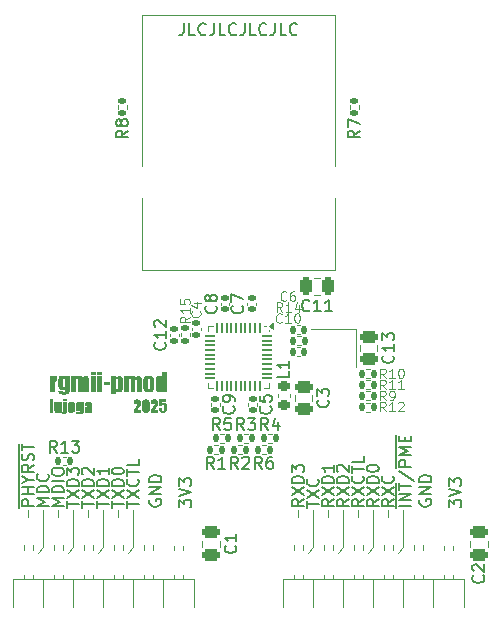
<source format=gto>
G04 #@! TF.GenerationSoftware,KiCad,Pcbnew,8.0.8*
G04 #@! TF.CreationDate,2025-02-24T20:29:00+01:00*
G04 #@! TF.ProjectId,rgmii-pmod,72676d69-692d-4706-9d6f-642e6b696361,rev?*
G04 #@! TF.SameCoordinates,Original*
G04 #@! TF.FileFunction,Legend,Top*
G04 #@! TF.FilePolarity,Positive*
%FSLAX46Y46*%
G04 Gerber Fmt 4.6, Leading zero omitted, Abs format (unit mm)*
G04 Created by KiCad (PCBNEW 8.0.8) date 2025-02-24 20:29:00*
%MOMM*%
%LPD*%
G01*
G04 APERTURE LIST*
G04 Aperture macros list*
%AMRoundRect*
0 Rectangle with rounded corners*
0 $1 Rounding radius*
0 $2 $3 $4 $5 $6 $7 $8 $9 X,Y pos of 4 corners*
0 Add a 4 corners polygon primitive as box body*
4,1,4,$2,$3,$4,$5,$6,$7,$8,$9,$2,$3,0*
0 Add four circle primitives for the rounded corners*
1,1,$1+$1,$2,$3*
1,1,$1+$1,$4,$5*
1,1,$1+$1,$6,$7*
1,1,$1+$1,$8,$9*
0 Add four rect primitives between the rounded corners*
20,1,$1+$1,$2,$3,$4,$5,0*
20,1,$1+$1,$4,$5,$6,$7,0*
20,1,$1+$1,$6,$7,$8,$9,0*
20,1,$1+$1,$8,$9,$2,$3,0*%
G04 Aperture macros list end*
%ADD10C,0.120000*%
%ADD11C,0.150000*%
%ADD12C,0.100000*%
%ADD13C,0.250000*%
%ADD14RoundRect,0.140000X-0.140000X-0.170000X0.140000X-0.170000X0.140000X0.170000X-0.140000X0.170000X0*%
%ADD15RoundRect,0.135000X0.135000X0.185000X-0.135000X0.185000X-0.135000X-0.185000X0.135000X-0.185000X0*%
%ADD16RoundRect,0.250000X-0.250000X-0.475000X0.250000X-0.475000X0.250000X0.475000X-0.250000X0.475000X0*%
%ADD17RoundRect,0.250000X-0.475000X0.250000X-0.475000X-0.250000X0.475000X-0.250000X0.475000X0.250000X0*%
%ADD18RoundRect,0.140000X-0.170000X0.140000X-0.170000X-0.140000X0.170000X-0.140000X0.170000X0.140000X0*%
%ADD19RoundRect,0.135000X-0.135000X-0.185000X0.135000X-0.185000X0.135000X0.185000X-0.135000X0.185000X0*%
%ADD20RoundRect,0.250000X0.475000X-0.250000X0.475000X0.250000X-0.475000X0.250000X-0.475000X-0.250000X0*%
%ADD21R,1.700000X1.700000*%
%ADD22O,1.700000X1.700000*%
%ADD23RoundRect,0.135000X-0.185000X0.135000X-0.185000X-0.135000X0.185000X-0.135000X0.185000X0.135000X0*%
%ADD24RoundRect,0.140000X0.170000X-0.140000X0.170000X0.140000X-0.170000X0.140000X-0.170000X-0.140000X0*%
%ADD25R,1.300000X1.100000*%
%ADD26C,3.250000*%
%ADD27R,1.500000X1.500000*%
%ADD28C,1.500000*%
%ADD29C,1.600000*%
%ADD30C,2.200000*%
%ADD31RoundRect,0.218750X-0.256250X0.218750X-0.256250X-0.218750X0.256250X-0.218750X0.256250X0.218750X0*%
%ADD32RoundRect,0.062500X-0.062500X0.350000X-0.062500X-0.350000X0.062500X-0.350000X0.062500X0.350000X0*%
%ADD33RoundRect,0.062500X-0.350000X0.062500X-0.350000X-0.062500X0.350000X-0.062500X0.350000X0.062500X0*%
%ADD34R,3.600000X3.600000*%
G04 APERTURE END LIST*
D10*
X138570000Y-119920000D02*
X138120987Y-120369013D01*
X139840000Y-116745000D02*
X139840000Y-117380000D01*
X133490000Y-119920000D02*
X133040987Y-120369013D01*
X163970000Y-119920000D02*
X163520987Y-120369013D01*
X156350000Y-116745000D02*
X156350000Y-119920000D01*
X133490000Y-116745000D02*
X133490000Y-119920000D01*
X158890000Y-119920000D02*
X158440987Y-120369013D01*
X141110000Y-116745000D02*
X141110000Y-119920000D01*
X132220000Y-116745000D02*
X132220000Y-117380000D01*
X136030000Y-116745000D02*
X136030000Y-119920000D01*
X160160000Y-116745000D02*
X160160000Y-117380000D01*
X161430000Y-116745000D02*
X161430000Y-119920000D01*
X138570000Y-116745000D02*
X138570000Y-119920000D01*
X136030000Y-119920000D02*
X135580987Y-120369013D01*
X134760000Y-116745000D02*
X134760000Y-117380000D01*
X155080000Y-116745000D02*
X155080000Y-117380000D01*
X161430000Y-119920000D02*
X160980987Y-120369013D01*
X163970000Y-116745000D02*
X163970000Y-119920000D01*
X158890000Y-116745000D02*
X158890000Y-119920000D01*
X137300000Y-116745000D02*
X137300000Y-117380000D01*
X141110000Y-119920000D02*
X140660987Y-120369013D01*
X162700000Y-116745000D02*
X162700000Y-117380000D01*
X156350000Y-119920000D02*
X155900987Y-120369013D01*
X157620000Y-116745000D02*
X157620000Y-117380000D01*
D11*
X136754819Y-116551077D02*
X136754819Y-115979649D01*
X137754819Y-116265363D02*
X136754819Y-116265363D01*
X136754819Y-115741553D02*
X137754819Y-115074887D01*
X136754819Y-115074887D02*
X137754819Y-115741553D01*
X137754819Y-114693934D02*
X136754819Y-114693934D01*
X136754819Y-114693934D02*
X136754819Y-114455839D01*
X136754819Y-114455839D02*
X136802438Y-114312982D01*
X136802438Y-114312982D02*
X136897676Y-114217744D01*
X136897676Y-114217744D02*
X136992914Y-114170125D01*
X136992914Y-114170125D02*
X137183390Y-114122506D01*
X137183390Y-114122506D02*
X137326247Y-114122506D01*
X137326247Y-114122506D02*
X137516723Y-114170125D01*
X137516723Y-114170125D02*
X137611961Y-114217744D01*
X137611961Y-114217744D02*
X137707200Y-114312982D01*
X137707200Y-114312982D02*
X137754819Y-114455839D01*
X137754819Y-114455839D02*
X137754819Y-114693934D01*
X136850057Y-113741553D02*
X136802438Y-113693934D01*
X136802438Y-113693934D02*
X136754819Y-113598696D01*
X136754819Y-113598696D02*
X136754819Y-113360601D01*
X136754819Y-113360601D02*
X136802438Y-113265363D01*
X136802438Y-113265363D02*
X136850057Y-113217744D01*
X136850057Y-113217744D02*
X136945295Y-113170125D01*
X136945295Y-113170125D02*
X137040533Y-113170125D01*
X137040533Y-113170125D02*
X137183390Y-113217744D01*
X137183390Y-113217744D02*
X137754819Y-113789172D01*
X137754819Y-113789172D02*
X137754819Y-113170125D01*
X142517438Y-115884411D02*
X142469819Y-115979649D01*
X142469819Y-115979649D02*
X142469819Y-116122506D01*
X142469819Y-116122506D02*
X142517438Y-116265363D01*
X142517438Y-116265363D02*
X142612676Y-116360601D01*
X142612676Y-116360601D02*
X142707914Y-116408220D01*
X142707914Y-116408220D02*
X142898390Y-116455839D01*
X142898390Y-116455839D02*
X143041247Y-116455839D01*
X143041247Y-116455839D02*
X143231723Y-116408220D01*
X143231723Y-116408220D02*
X143326961Y-116360601D01*
X143326961Y-116360601D02*
X143422200Y-116265363D01*
X143422200Y-116265363D02*
X143469819Y-116122506D01*
X143469819Y-116122506D02*
X143469819Y-116027268D01*
X143469819Y-116027268D02*
X143422200Y-115884411D01*
X143422200Y-115884411D02*
X143374580Y-115836792D01*
X143374580Y-115836792D02*
X143041247Y-115836792D01*
X143041247Y-115836792D02*
X143041247Y-116027268D01*
X143469819Y-115408220D02*
X142469819Y-115408220D01*
X142469819Y-115408220D02*
X143469819Y-114836792D01*
X143469819Y-114836792D02*
X142469819Y-114836792D01*
X143469819Y-114360601D02*
X142469819Y-114360601D01*
X142469819Y-114360601D02*
X142469819Y-114122506D01*
X142469819Y-114122506D02*
X142517438Y-113979649D01*
X142517438Y-113979649D02*
X142612676Y-113884411D01*
X142612676Y-113884411D02*
X142707914Y-113836792D01*
X142707914Y-113836792D02*
X142898390Y-113789173D01*
X142898390Y-113789173D02*
X143041247Y-113789173D01*
X143041247Y-113789173D02*
X143231723Y-113836792D01*
X143231723Y-113836792D02*
X143326961Y-113884411D01*
X143326961Y-113884411D02*
X143422200Y-113979649D01*
X143422200Y-113979649D02*
X143469819Y-114122506D01*
X143469819Y-114122506D02*
X143469819Y-114360601D01*
X135214819Y-116408220D02*
X134214819Y-116408220D01*
X134214819Y-116408220D02*
X134929104Y-116074887D01*
X134929104Y-116074887D02*
X134214819Y-115741554D01*
X134214819Y-115741554D02*
X135214819Y-115741554D01*
X135214819Y-115265363D02*
X134214819Y-115265363D01*
X134214819Y-115265363D02*
X134214819Y-115027268D01*
X134214819Y-115027268D02*
X134262438Y-114884411D01*
X134262438Y-114884411D02*
X134357676Y-114789173D01*
X134357676Y-114789173D02*
X134452914Y-114741554D01*
X134452914Y-114741554D02*
X134643390Y-114693935D01*
X134643390Y-114693935D02*
X134786247Y-114693935D01*
X134786247Y-114693935D02*
X134976723Y-114741554D01*
X134976723Y-114741554D02*
X135071961Y-114789173D01*
X135071961Y-114789173D02*
X135167200Y-114884411D01*
X135167200Y-114884411D02*
X135214819Y-115027268D01*
X135214819Y-115027268D02*
X135214819Y-115265363D01*
X135214819Y-114265363D02*
X134214819Y-114265363D01*
X134214819Y-113598697D02*
X134214819Y-113408221D01*
X134214819Y-113408221D02*
X134262438Y-113312983D01*
X134262438Y-113312983D02*
X134357676Y-113217745D01*
X134357676Y-113217745D02*
X134548152Y-113170126D01*
X134548152Y-113170126D02*
X134881485Y-113170126D01*
X134881485Y-113170126D02*
X135071961Y-113217745D01*
X135071961Y-113217745D02*
X135167200Y-113312983D01*
X135167200Y-113312983D02*
X135214819Y-113408221D01*
X135214819Y-113408221D02*
X135214819Y-113598697D01*
X135214819Y-113598697D02*
X135167200Y-113693935D01*
X135167200Y-113693935D02*
X135071961Y-113789173D01*
X135071961Y-113789173D02*
X134881485Y-113836792D01*
X134881485Y-113836792D02*
X134548152Y-113836792D01*
X134548152Y-113836792D02*
X134357676Y-113789173D01*
X134357676Y-113789173D02*
X134262438Y-113693935D01*
X134262438Y-113693935D02*
X134214819Y-113598697D01*
X167869819Y-116503458D02*
X167869819Y-115884411D01*
X167869819Y-115884411D02*
X168250771Y-116217744D01*
X168250771Y-116217744D02*
X168250771Y-116074887D01*
X168250771Y-116074887D02*
X168298390Y-115979649D01*
X168298390Y-115979649D02*
X168346009Y-115932030D01*
X168346009Y-115932030D02*
X168441247Y-115884411D01*
X168441247Y-115884411D02*
X168679342Y-115884411D01*
X168679342Y-115884411D02*
X168774580Y-115932030D01*
X168774580Y-115932030D02*
X168822200Y-115979649D01*
X168822200Y-115979649D02*
X168869819Y-116074887D01*
X168869819Y-116074887D02*
X168869819Y-116360601D01*
X168869819Y-116360601D02*
X168822200Y-116455839D01*
X168822200Y-116455839D02*
X168774580Y-116503458D01*
X167869819Y-115598696D02*
X168869819Y-115265363D01*
X168869819Y-115265363D02*
X167869819Y-114932030D01*
X167869819Y-114693934D02*
X167869819Y-114074887D01*
X167869819Y-114074887D02*
X168250771Y-114408220D01*
X168250771Y-114408220D02*
X168250771Y-114265363D01*
X168250771Y-114265363D02*
X168298390Y-114170125D01*
X168298390Y-114170125D02*
X168346009Y-114122506D01*
X168346009Y-114122506D02*
X168441247Y-114074887D01*
X168441247Y-114074887D02*
X168679342Y-114074887D01*
X168679342Y-114074887D02*
X168774580Y-114122506D01*
X168774580Y-114122506D02*
X168822200Y-114170125D01*
X168822200Y-114170125D02*
X168869819Y-114265363D01*
X168869819Y-114265363D02*
X168869819Y-114551077D01*
X168869819Y-114551077D02*
X168822200Y-114646315D01*
X168822200Y-114646315D02*
X168774580Y-114693934D01*
X158074819Y-115836792D02*
X157598628Y-116170125D01*
X158074819Y-116408220D02*
X157074819Y-116408220D01*
X157074819Y-116408220D02*
X157074819Y-116027268D01*
X157074819Y-116027268D02*
X157122438Y-115932030D01*
X157122438Y-115932030D02*
X157170057Y-115884411D01*
X157170057Y-115884411D02*
X157265295Y-115836792D01*
X157265295Y-115836792D02*
X157408152Y-115836792D01*
X157408152Y-115836792D02*
X157503390Y-115884411D01*
X157503390Y-115884411D02*
X157551009Y-115932030D01*
X157551009Y-115932030D02*
X157598628Y-116027268D01*
X157598628Y-116027268D02*
X157598628Y-116408220D01*
X157074819Y-115503458D02*
X158074819Y-114836792D01*
X157074819Y-114836792D02*
X158074819Y-115503458D01*
X158074819Y-114455839D02*
X157074819Y-114455839D01*
X157074819Y-114455839D02*
X157074819Y-114217744D01*
X157074819Y-114217744D02*
X157122438Y-114074887D01*
X157122438Y-114074887D02*
X157217676Y-113979649D01*
X157217676Y-113979649D02*
X157312914Y-113932030D01*
X157312914Y-113932030D02*
X157503390Y-113884411D01*
X157503390Y-113884411D02*
X157646247Y-113884411D01*
X157646247Y-113884411D02*
X157836723Y-113932030D01*
X157836723Y-113932030D02*
X157931961Y-113979649D01*
X157931961Y-113979649D02*
X158027200Y-114074887D01*
X158027200Y-114074887D02*
X158074819Y-114217744D01*
X158074819Y-114217744D02*
X158074819Y-114455839D01*
X158074819Y-112932030D02*
X158074819Y-113503458D01*
X158074819Y-113217744D02*
X157074819Y-113217744D01*
X157074819Y-113217744D02*
X157217676Y-113312982D01*
X157217676Y-113312982D02*
X157312914Y-113408220D01*
X157312914Y-113408220D02*
X157360533Y-113503458D01*
X163154819Y-115836792D02*
X162678628Y-116170125D01*
X163154819Y-116408220D02*
X162154819Y-116408220D01*
X162154819Y-116408220D02*
X162154819Y-116027268D01*
X162154819Y-116027268D02*
X162202438Y-115932030D01*
X162202438Y-115932030D02*
X162250057Y-115884411D01*
X162250057Y-115884411D02*
X162345295Y-115836792D01*
X162345295Y-115836792D02*
X162488152Y-115836792D01*
X162488152Y-115836792D02*
X162583390Y-115884411D01*
X162583390Y-115884411D02*
X162631009Y-115932030D01*
X162631009Y-115932030D02*
X162678628Y-116027268D01*
X162678628Y-116027268D02*
X162678628Y-116408220D01*
X162154819Y-115503458D02*
X163154819Y-114836792D01*
X162154819Y-114836792D02*
X163154819Y-115503458D01*
X163059580Y-113884411D02*
X163107200Y-113932030D01*
X163107200Y-113932030D02*
X163154819Y-114074887D01*
X163154819Y-114074887D02*
X163154819Y-114170125D01*
X163154819Y-114170125D02*
X163107200Y-114312982D01*
X163107200Y-114312982D02*
X163011961Y-114408220D01*
X163011961Y-114408220D02*
X162916723Y-114455839D01*
X162916723Y-114455839D02*
X162726247Y-114503458D01*
X162726247Y-114503458D02*
X162583390Y-114503458D01*
X162583390Y-114503458D02*
X162392914Y-114455839D01*
X162392914Y-114455839D02*
X162297676Y-114408220D01*
X162297676Y-114408220D02*
X162202438Y-114312982D01*
X162202438Y-114312982D02*
X162154819Y-114170125D01*
X162154819Y-114170125D02*
X162154819Y-114074887D01*
X162154819Y-114074887D02*
X162202438Y-113932030D01*
X162202438Y-113932030D02*
X162250057Y-113884411D01*
X155804819Y-116551077D02*
X155804819Y-115979649D01*
X156804819Y-116265363D02*
X155804819Y-116265363D01*
X155804819Y-115741553D02*
X156804819Y-115074887D01*
X155804819Y-115074887D02*
X156804819Y-115741553D01*
X156709580Y-114122506D02*
X156757200Y-114170125D01*
X156757200Y-114170125D02*
X156804819Y-114312982D01*
X156804819Y-114312982D02*
X156804819Y-114408220D01*
X156804819Y-114408220D02*
X156757200Y-114551077D01*
X156757200Y-114551077D02*
X156661961Y-114646315D01*
X156661961Y-114646315D02*
X156566723Y-114693934D01*
X156566723Y-114693934D02*
X156376247Y-114741553D01*
X156376247Y-114741553D02*
X156233390Y-114741553D01*
X156233390Y-114741553D02*
X156042914Y-114693934D01*
X156042914Y-114693934D02*
X155947676Y-114646315D01*
X155947676Y-114646315D02*
X155852438Y-114551077D01*
X155852438Y-114551077D02*
X155804819Y-114408220D01*
X155804819Y-114408220D02*
X155804819Y-114312982D01*
X155804819Y-114312982D02*
X155852438Y-114170125D01*
X155852438Y-114170125D02*
X155900057Y-114122506D01*
D12*
G36*
X141130635Y-108500000D02*
G01*
X141130635Y-108342951D01*
X141163694Y-108288263D01*
X141195032Y-108236244D01*
X141224648Y-108186894D01*
X141252543Y-108140215D01*
X141278717Y-108096204D01*
X141314751Y-108035194D01*
X141346912Y-107980190D01*
X141375201Y-107931192D01*
X141399617Y-107888201D01*
X141426148Y-107840222D01*
X141449630Y-107795265D01*
X141453036Y-107788276D01*
X141475476Y-107737855D01*
X141493057Y-107688175D01*
X141503526Y-107637582D01*
X141504327Y-107621946D01*
X141497595Y-107571777D01*
X141488695Y-107553558D01*
X141443754Y-107530866D01*
X141441801Y-107530844D01*
X141396678Y-107553169D01*
X141394662Y-107556245D01*
X141381814Y-107603975D01*
X141379275Y-107656873D01*
X141379275Y-107765317D01*
X141130635Y-107765317D01*
X141130635Y-107725750D01*
X141131566Y-107672426D01*
X141134738Y-107622476D01*
X141140161Y-107581646D01*
X141155438Y-107532563D01*
X141180736Y-107487429D01*
X141187544Y-107477843D01*
X141222012Y-107440479D01*
X141263897Y-107411339D01*
X141285730Y-107400662D01*
X141334525Y-107384737D01*
X141385167Y-107376596D01*
X141430810Y-107374528D01*
X141480585Y-107376443D01*
X141535105Y-107383793D01*
X141583940Y-107396656D01*
X141633730Y-107418630D01*
X141675783Y-107448107D01*
X141681159Y-107452930D01*
X141714182Y-107489123D01*
X141741992Y-107535380D01*
X141759207Y-107586858D01*
X141765580Y-107636184D01*
X141765911Y-107651011D01*
X141762919Y-107699952D01*
X141753943Y-107750296D01*
X141738983Y-107802045D01*
X141720985Y-107848477D01*
X141718039Y-107855198D01*
X141693645Y-107904091D01*
X141663333Y-107957822D01*
X141632549Y-108009308D01*
X141605649Y-108052881D01*
X141575482Y-108100704D01*
X141542047Y-108152778D01*
X141505346Y-108209102D01*
X141465377Y-108269677D01*
X141436916Y-108312421D01*
X141741243Y-108312421D01*
X141741243Y-108500000D01*
X141130635Y-108500000D01*
G37*
G36*
X142217547Y-107377021D02*
G01*
X142269363Y-107385636D01*
X142317410Y-107400405D01*
X142331089Y-107406036D01*
X142376463Y-107429371D01*
X142416088Y-107458646D01*
X142439044Y-107483217D01*
X142465852Y-107525211D01*
X142483871Y-107571693D01*
X142487404Y-107585799D01*
X142495144Y-107638028D01*
X142498604Y-107689733D01*
X142499993Y-107744710D01*
X142500105Y-107767515D01*
X142500105Y-108134124D01*
X142499439Y-108185490D01*
X142497046Y-108236266D01*
X142491608Y-108287843D01*
X142486183Y-108316085D01*
X142468559Y-108364477D01*
X142442063Y-108406901D01*
X142429275Y-108422575D01*
X142391167Y-108458264D01*
X142347093Y-108484763D01*
X142324739Y-108493893D01*
X142276917Y-108507140D01*
X142225042Y-108514272D01*
X142188207Y-108515631D01*
X142134819Y-108513834D01*
X142081754Y-108507623D01*
X142030985Y-108495667D01*
X142022610Y-108492916D01*
X141976929Y-108472308D01*
X141935968Y-108441921D01*
X141917586Y-108422086D01*
X141889543Y-108381987D01*
X141867637Y-108337001D01*
X141861898Y-108320481D01*
X141851927Y-108271720D01*
X141847132Y-108217600D01*
X141845598Y-108165477D01*
X141845534Y-108151221D01*
X141845534Y-107767515D01*
X141846462Y-107713408D01*
X141849305Y-107666643D01*
X142122994Y-107666643D01*
X142122994Y-108219853D01*
X142123728Y-108269273D01*
X142127381Y-108318693D01*
X142132275Y-108339043D01*
X142172575Y-108359316D01*
X142212875Y-108335624D01*
X142221033Y-108286277D01*
X142222636Y-108233549D01*
X142222645Y-108228401D01*
X142222645Y-107666643D01*
X142221810Y-107616769D01*
X142217428Y-107566734D01*
X142214097Y-107553558D01*
X142173797Y-107530844D01*
X142133008Y-107555024D01*
X142124647Y-107606039D01*
X142123033Y-107655960D01*
X142122994Y-107666643D01*
X141849305Y-107666643D01*
X141849888Y-107657054D01*
X141855838Y-107607994D01*
X141867198Y-107555633D01*
X141871912Y-107540858D01*
X141893632Y-107496622D01*
X141925512Y-107458254D01*
X141967554Y-107425754D01*
X141977181Y-107419958D01*
X142024047Y-107397997D01*
X142076168Y-107383224D01*
X142126910Y-107376126D01*
X142167691Y-107374528D01*
X142217547Y-107377021D01*
G37*
G36*
X142583392Y-108500000D02*
G01*
X142583392Y-108342951D01*
X142616451Y-108288263D01*
X142647788Y-108236244D01*
X142677404Y-108186894D01*
X142705300Y-108140215D01*
X142731474Y-108096204D01*
X142767508Y-108035194D01*
X142799669Y-107980190D01*
X142827958Y-107931192D01*
X142852374Y-107888201D01*
X142878905Y-107840222D01*
X142902387Y-107795265D01*
X142905792Y-107788276D01*
X142928232Y-107737855D01*
X142945813Y-107688175D01*
X142956282Y-107637582D01*
X142957083Y-107621946D01*
X142950351Y-107571777D01*
X142941452Y-107553558D01*
X142896511Y-107530866D01*
X142894557Y-107530844D01*
X142849434Y-107553169D01*
X142847418Y-107556245D01*
X142834571Y-107603975D01*
X142832031Y-107656873D01*
X142832031Y-107765317D01*
X142583392Y-107765317D01*
X142583392Y-107725750D01*
X142584322Y-107672426D01*
X142587494Y-107622476D01*
X142592917Y-107581646D01*
X142608194Y-107532563D01*
X142633493Y-107487429D01*
X142640300Y-107477843D01*
X142674768Y-107440479D01*
X142716653Y-107411339D01*
X142738486Y-107400662D01*
X142787281Y-107384737D01*
X142837924Y-107376596D01*
X142883566Y-107374528D01*
X142933342Y-107376443D01*
X142987861Y-107383793D01*
X143036696Y-107396656D01*
X143086486Y-107418630D01*
X143128539Y-107448107D01*
X143133915Y-107452930D01*
X143166939Y-107489123D01*
X143194748Y-107535380D01*
X143211963Y-107586858D01*
X143218336Y-107636184D01*
X143218668Y-107651011D01*
X143215676Y-107699952D01*
X143206700Y-107750296D01*
X143191740Y-107802045D01*
X143173741Y-107848477D01*
X143170796Y-107855198D01*
X143146401Y-107904091D01*
X143116089Y-107957822D01*
X143085305Y-108009308D01*
X143058405Y-108052881D01*
X143028238Y-108100704D01*
X142994804Y-108152778D01*
X142958102Y-108209102D01*
X142918133Y-108269677D01*
X142889672Y-108312421D01*
X143193999Y-108312421D01*
X143193999Y-108500000D01*
X142583392Y-108500000D01*
G37*
G36*
X143294139Y-108138276D02*
G01*
X143294139Y-108077948D01*
X143571598Y-108077948D01*
X143571598Y-108150732D01*
X143572072Y-108203290D01*
X143573735Y-108252601D01*
X143577817Y-108302181D01*
X143579170Y-108311688D01*
X143605096Y-108353688D01*
X143631438Y-108359316D01*
X143664655Y-108345638D01*
X143678333Y-108315596D01*
X143679586Y-108263612D01*
X143680329Y-108212234D01*
X143680775Y-108176378D01*
X143680775Y-107942393D01*
X143678251Y-107892398D01*
X143667586Y-107852023D01*
X143624355Y-107827843D01*
X143592115Y-107840788D01*
X143575262Y-107868632D01*
X143571727Y-107918405D01*
X143571598Y-107937264D01*
X143296825Y-107937264D01*
X143308549Y-107390160D01*
X143904013Y-107390160D01*
X143904013Y-107577739D01*
X143559875Y-107577739D01*
X143559875Y-107741137D01*
X143599200Y-107707488D01*
X143644359Y-107684851D01*
X143695353Y-107673227D01*
X143726204Y-107671528D01*
X143779983Y-107675558D01*
X143832128Y-107689726D01*
X143875424Y-107714095D01*
X143899372Y-107736008D01*
X143927826Y-107781530D01*
X143943519Y-107829919D01*
X143952487Y-107880437D01*
X143957315Y-107939302D01*
X143958235Y-107983182D01*
X143958235Y-108142184D01*
X143957517Y-108197367D01*
X143954995Y-108250070D01*
X143949446Y-108300999D01*
X143946755Y-108315840D01*
X143931969Y-108362764D01*
X143907272Y-108406508D01*
X143898395Y-108418422D01*
X143863552Y-108452937D01*
X143818954Y-108480276D01*
X143795081Y-108490474D01*
X143746112Y-108504797D01*
X143695584Y-108512658D01*
X143645215Y-108515533D01*
X143633392Y-108515631D01*
X143581368Y-108513295D01*
X143532520Y-108506289D01*
X143481360Y-108492823D01*
X143444348Y-108478262D01*
X143397966Y-108451352D01*
X143360790Y-108417335D01*
X143332821Y-108376209D01*
X143328333Y-108367131D01*
X143311803Y-108319108D01*
X143301652Y-108265684D01*
X143296276Y-108210648D01*
X143294272Y-108157316D01*
X143294139Y-108138276D01*
G37*
D11*
X145009819Y-116503458D02*
X145009819Y-115884411D01*
X145009819Y-115884411D02*
X145390771Y-116217744D01*
X145390771Y-116217744D02*
X145390771Y-116074887D01*
X145390771Y-116074887D02*
X145438390Y-115979649D01*
X145438390Y-115979649D02*
X145486009Y-115932030D01*
X145486009Y-115932030D02*
X145581247Y-115884411D01*
X145581247Y-115884411D02*
X145819342Y-115884411D01*
X145819342Y-115884411D02*
X145914580Y-115932030D01*
X145914580Y-115932030D02*
X145962200Y-115979649D01*
X145962200Y-115979649D02*
X146009819Y-116074887D01*
X146009819Y-116074887D02*
X146009819Y-116360601D01*
X146009819Y-116360601D02*
X145962200Y-116455839D01*
X145962200Y-116455839D02*
X145914580Y-116503458D01*
X145009819Y-115598696D02*
X146009819Y-115265363D01*
X146009819Y-115265363D02*
X145009819Y-114932030D01*
X145009819Y-114693934D02*
X145009819Y-114074887D01*
X145009819Y-114074887D02*
X145390771Y-114408220D01*
X145390771Y-114408220D02*
X145390771Y-114265363D01*
X145390771Y-114265363D02*
X145438390Y-114170125D01*
X145438390Y-114170125D02*
X145486009Y-114122506D01*
X145486009Y-114122506D02*
X145581247Y-114074887D01*
X145581247Y-114074887D02*
X145819342Y-114074887D01*
X145819342Y-114074887D02*
X145914580Y-114122506D01*
X145914580Y-114122506D02*
X145962200Y-114170125D01*
X145962200Y-114170125D02*
X146009819Y-114265363D01*
X146009819Y-114265363D02*
X146009819Y-114551077D01*
X146009819Y-114551077D02*
X145962200Y-114646315D01*
X145962200Y-114646315D02*
X145914580Y-114693934D01*
X161884819Y-115836792D02*
X161408628Y-116170125D01*
X161884819Y-116408220D02*
X160884819Y-116408220D01*
X160884819Y-116408220D02*
X160884819Y-116027268D01*
X160884819Y-116027268D02*
X160932438Y-115932030D01*
X160932438Y-115932030D02*
X160980057Y-115884411D01*
X160980057Y-115884411D02*
X161075295Y-115836792D01*
X161075295Y-115836792D02*
X161218152Y-115836792D01*
X161218152Y-115836792D02*
X161313390Y-115884411D01*
X161313390Y-115884411D02*
X161361009Y-115932030D01*
X161361009Y-115932030D02*
X161408628Y-116027268D01*
X161408628Y-116027268D02*
X161408628Y-116408220D01*
X160884819Y-115503458D02*
X161884819Y-114836792D01*
X160884819Y-114836792D02*
X161884819Y-115503458D01*
X161884819Y-114455839D02*
X160884819Y-114455839D01*
X160884819Y-114455839D02*
X160884819Y-114217744D01*
X160884819Y-114217744D02*
X160932438Y-114074887D01*
X160932438Y-114074887D02*
X161027676Y-113979649D01*
X161027676Y-113979649D02*
X161122914Y-113932030D01*
X161122914Y-113932030D02*
X161313390Y-113884411D01*
X161313390Y-113884411D02*
X161456247Y-113884411D01*
X161456247Y-113884411D02*
X161646723Y-113932030D01*
X161646723Y-113932030D02*
X161741961Y-113979649D01*
X161741961Y-113979649D02*
X161837200Y-114074887D01*
X161837200Y-114074887D02*
X161884819Y-114217744D01*
X161884819Y-114217744D02*
X161884819Y-114455839D01*
X160884819Y-113265363D02*
X160884819Y-113170125D01*
X160884819Y-113170125D02*
X160932438Y-113074887D01*
X160932438Y-113074887D02*
X160980057Y-113027268D01*
X160980057Y-113027268D02*
X161075295Y-112979649D01*
X161075295Y-112979649D02*
X161265771Y-112932030D01*
X161265771Y-112932030D02*
X161503866Y-112932030D01*
X161503866Y-112932030D02*
X161694342Y-112979649D01*
X161694342Y-112979649D02*
X161789580Y-113027268D01*
X161789580Y-113027268D02*
X161837200Y-113074887D01*
X161837200Y-113074887D02*
X161884819Y-113170125D01*
X161884819Y-113170125D02*
X161884819Y-113265363D01*
X161884819Y-113265363D02*
X161837200Y-113360601D01*
X161837200Y-113360601D02*
X161789580Y-113408220D01*
X161789580Y-113408220D02*
X161694342Y-113455839D01*
X161694342Y-113455839D02*
X161503866Y-113503458D01*
X161503866Y-113503458D02*
X161265771Y-113503458D01*
X161265771Y-113503458D02*
X161075295Y-113455839D01*
X161075295Y-113455839D02*
X160980057Y-113408220D01*
X160980057Y-113408220D02*
X160932438Y-113360601D01*
X160932438Y-113360601D02*
X160884819Y-113265363D01*
D12*
G36*
X134049581Y-108500000D02*
G01*
X134049581Y-107390160D01*
X134335345Y-107390160D01*
X134335345Y-108500000D01*
X134049581Y-108500000D01*
G37*
G36*
X134428401Y-108204221D02*
G01*
X134428401Y-107593370D01*
X134705861Y-107593370D01*
X134705861Y-108213014D01*
X134706364Y-108266075D01*
X134708596Y-108315546D01*
X134712212Y-108339532D01*
X134747871Y-108359316D01*
X134784508Y-108338799D01*
X134789247Y-108286618D01*
X134790278Y-108232718D01*
X134790369Y-108206175D01*
X134790369Y-107593370D01*
X135067829Y-107593370D01*
X135067829Y-108500000D01*
X134785484Y-108500000D01*
X134790369Y-108426727D01*
X134758190Y-108465622D01*
X134719295Y-108493405D01*
X134670815Y-108510747D01*
X134622086Y-108515631D01*
X134571443Y-108511470D01*
X134523525Y-108496526D01*
X134518283Y-108493893D01*
X134478844Y-108464682D01*
X134457466Y-108435764D01*
X134438767Y-108389338D01*
X134433042Y-108360293D01*
X134429870Y-108311065D01*
X134428691Y-108257756D01*
X134428401Y-108204221D01*
G37*
G36*
X135109595Y-108487055D02*
G01*
X135158184Y-108481377D01*
X135165038Y-108476064D01*
X135170173Y-108427145D01*
X135171233Y-108375271D01*
X135171388Y-108338555D01*
X135171388Y-107593370D01*
X135457152Y-107593370D01*
X135457152Y-108314619D01*
X135456907Y-108366269D01*
X135456025Y-108415709D01*
X135453766Y-108466990D01*
X135452023Y-108486810D01*
X135438355Y-108536303D01*
X135420272Y-108565701D01*
X135382576Y-108599817D01*
X135349441Y-108616015D01*
X135298283Y-108627936D01*
X135248419Y-108632039D01*
X135216817Y-108632623D01*
X135109595Y-108632623D01*
X135109595Y-108487055D01*
G37*
G36*
X135171388Y-107530844D02*
G01*
X135171388Y-107390160D01*
X135457152Y-107390160D01*
X135457152Y-107530844D01*
X135171388Y-107530844D01*
G37*
G36*
X135906270Y-107579922D02*
G01*
X135957456Y-107587468D01*
X136007755Y-107601996D01*
X136016224Y-107605338D01*
X136062123Y-107628407D01*
X136102156Y-107658748D01*
X136119539Y-107677390D01*
X136148612Y-107719479D01*
X136168502Y-107765793D01*
X136169364Y-107768736D01*
X136178547Y-107819333D01*
X136182155Y-107872206D01*
X136182798Y-107911863D01*
X136182798Y-108133635D01*
X136182202Y-108183943D01*
X136180061Y-108233795D01*
X136175195Y-108284647D01*
X136170341Y-108312665D01*
X136154233Y-108361058D01*
X136129563Y-108403482D01*
X136117585Y-108419155D01*
X136080854Y-108455009D01*
X136036544Y-108482398D01*
X136013538Y-108492184D01*
X135963231Y-108506472D01*
X135912410Y-108513776D01*
X135867480Y-108515631D01*
X135817907Y-108514047D01*
X135768038Y-108508570D01*
X135719518Y-108498028D01*
X135711409Y-108495603D01*
X135664290Y-108475786D01*
X135624005Y-108446962D01*
X135612247Y-108434787D01*
X135583674Y-108393020D01*
X135564948Y-108347259D01*
X135561933Y-108336601D01*
X135552705Y-108285264D01*
X135548579Y-108236123D01*
X135546923Y-108184786D01*
X135546789Y-108163677D01*
X135546789Y-107931646D01*
X135548098Y-107879150D01*
X135551446Y-107841032D01*
X135824249Y-107841032D01*
X135824249Y-108255024D01*
X135826074Y-108306004D01*
X135832554Y-108339776D01*
X135864794Y-108359316D01*
X135897278Y-108341486D01*
X135904834Y-108291157D01*
X135905338Y-108264061D01*
X135905338Y-107841032D01*
X135903889Y-107789441D01*
X135897766Y-107752372D01*
X135865526Y-107734054D01*
X135832554Y-107752372D01*
X135825060Y-107802149D01*
X135824249Y-107841032D01*
X135551446Y-107841032D01*
X135552800Y-107825623D01*
X135562177Y-107773652D01*
X135574145Y-107734787D01*
X135598285Y-107689242D01*
X135632758Y-107650335D01*
X135673063Y-107620725D01*
X135721654Y-107598056D01*
X135771993Y-107584833D01*
X135821994Y-107578788D01*
X135855757Y-107577739D01*
X135906270Y-107579922D01*
G37*
G36*
X136500619Y-107582868D02*
G01*
X136545743Y-107598255D01*
X136588797Y-107625913D01*
X136622435Y-107660048D01*
X136642463Y-107593370D01*
X136900628Y-107593370D01*
X136900628Y-108291416D01*
X136900396Y-108340935D01*
X136899539Y-108389830D01*
X136897511Y-108438648D01*
X136894033Y-108474354D01*
X136876224Y-108522259D01*
X136847627Y-108561549D01*
X136810120Y-108595427D01*
X136766340Y-108620260D01*
X136736741Y-108631891D01*
X136688741Y-108644771D01*
X136639424Y-108652284D01*
X136584310Y-108655933D01*
X136557955Y-108656315D01*
X136502433Y-108654188D01*
X136451913Y-108647806D01*
X136400302Y-108635304D01*
X136350048Y-108614598D01*
X136344975Y-108611863D01*
X136305919Y-108580195D01*
X136279150Y-108534926D01*
X136265671Y-108483269D01*
X136261933Y-108437473D01*
X136531088Y-108437473D01*
X136543496Y-108486261D01*
X136575052Y-108500000D01*
X136617062Y-108480949D01*
X136626508Y-108431987D01*
X136627320Y-108401081D01*
X136627320Y-108330495D01*
X136585966Y-108359380D01*
X136552093Y-108375436D01*
X136503815Y-108388080D01*
X136469295Y-108390579D01*
X136416916Y-108386388D01*
X136368467Y-108372392D01*
X136345952Y-108360781D01*
X136307323Y-108328767D01*
X136280906Y-108285628D01*
X136279762Y-108282623D01*
X136267574Y-108232287D01*
X136262786Y-108181784D01*
X136261933Y-108144626D01*
X136261933Y-107830774D01*
X136539392Y-107830774D01*
X136539392Y-108136810D01*
X136541285Y-108187185D01*
X136546964Y-108216189D01*
X136578471Y-108234263D01*
X136614131Y-108212281D01*
X136621267Y-108163147D01*
X136622435Y-108112875D01*
X136622435Y-107830774D01*
X136620603Y-107779605D01*
X136615108Y-107751151D01*
X136583356Y-107734054D01*
X136549162Y-107753593D01*
X136540003Y-107804335D01*
X136539392Y-107830774D01*
X136261933Y-107830774D01*
X136261933Y-107818318D01*
X136264165Y-107765666D01*
X136272183Y-107713936D01*
X136288173Y-107666506D01*
X136308583Y-107633914D01*
X136346427Y-107601931D01*
X136395816Y-107583224D01*
X136444811Y-107577793D01*
X136450732Y-107577739D01*
X136500619Y-107582868D01*
G37*
G36*
X137347190Y-107579482D02*
G01*
X137399805Y-107585921D01*
X137451779Y-107599091D01*
X137499850Y-107621316D01*
X137509036Y-107627320D01*
X137548182Y-107660374D01*
X137578349Y-107701857D01*
X137595010Y-107748709D01*
X137601976Y-107801313D01*
X137605818Y-107858923D01*
X137607718Y-107909018D01*
X137608914Y-107966566D01*
X137609364Y-108017972D01*
X137609420Y-108045464D01*
X137609420Y-108500000D01*
X137339532Y-108500000D01*
X137339532Y-108421353D01*
X137310406Y-108462630D01*
X137273831Y-108492184D01*
X137226860Y-108510479D01*
X137178087Y-108515631D01*
X137129462Y-108510840D01*
X137079643Y-108494686D01*
X137044487Y-108475087D01*
X137009862Y-108435645D01*
X136992222Y-108386415D01*
X136985155Y-108337573D01*
X136983670Y-108297034D01*
X136983670Y-108246720D01*
X137244033Y-108246720D01*
X137245565Y-108296164D01*
X137253314Y-108338555D01*
X137289951Y-108359316D01*
X137323900Y-108343196D01*
X137331323Y-108292418D01*
X137331960Y-108257711D01*
X137331960Y-108069155D01*
X137292728Y-108101030D01*
X137260532Y-108138450D01*
X137254535Y-108151465D01*
X137245766Y-108200953D01*
X137244033Y-108246720D01*
X136983670Y-108246720D01*
X136983670Y-108222784D01*
X136986220Y-108170633D01*
X136996264Y-108120851D01*
X137015910Y-108084054D01*
X137057866Y-108052073D01*
X137105378Y-108027571D01*
X137152778Y-108007178D01*
X137175889Y-107998080D01*
X137222707Y-107979084D01*
X137271212Y-107957629D01*
X137314145Y-107933746D01*
X137322191Y-107925540D01*
X137331350Y-107875761D01*
X137331960Y-107849581D01*
X137330187Y-107799343D01*
X137321214Y-107755792D01*
X137286043Y-107734054D01*
X137250872Y-107751884D01*
X137244701Y-107803067D01*
X137244033Y-107843963D01*
X137244033Y-107937264D01*
X136983670Y-107937264D01*
X136983670Y-107877669D01*
X136985602Y-107823558D01*
X136992281Y-107772181D01*
X137006592Y-107722682D01*
X137008094Y-107719155D01*
X137036001Y-107675887D01*
X137072208Y-107642677D01*
X137105792Y-107620481D01*
X137150623Y-107599819D01*
X137202409Y-107585920D01*
X137254280Y-107579241D01*
X137296789Y-107577739D01*
X137347190Y-107579482D01*
G37*
D11*
X139294819Y-116551077D02*
X139294819Y-115979649D01*
X140294819Y-116265363D02*
X139294819Y-116265363D01*
X139294819Y-115741553D02*
X140294819Y-115074887D01*
X139294819Y-115074887D02*
X140294819Y-115741553D01*
X140294819Y-114693934D02*
X139294819Y-114693934D01*
X139294819Y-114693934D02*
X139294819Y-114455839D01*
X139294819Y-114455839D02*
X139342438Y-114312982D01*
X139342438Y-114312982D02*
X139437676Y-114217744D01*
X139437676Y-114217744D02*
X139532914Y-114170125D01*
X139532914Y-114170125D02*
X139723390Y-114122506D01*
X139723390Y-114122506D02*
X139866247Y-114122506D01*
X139866247Y-114122506D02*
X140056723Y-114170125D01*
X140056723Y-114170125D02*
X140151961Y-114217744D01*
X140151961Y-114217744D02*
X140247200Y-114312982D01*
X140247200Y-114312982D02*
X140294819Y-114455839D01*
X140294819Y-114455839D02*
X140294819Y-114693934D01*
X139294819Y-113503458D02*
X139294819Y-113408220D01*
X139294819Y-113408220D02*
X139342438Y-113312982D01*
X139342438Y-113312982D02*
X139390057Y-113265363D01*
X139390057Y-113265363D02*
X139485295Y-113217744D01*
X139485295Y-113217744D02*
X139675771Y-113170125D01*
X139675771Y-113170125D02*
X139913866Y-113170125D01*
X139913866Y-113170125D02*
X140104342Y-113217744D01*
X140104342Y-113217744D02*
X140199580Y-113265363D01*
X140199580Y-113265363D02*
X140247200Y-113312982D01*
X140247200Y-113312982D02*
X140294819Y-113408220D01*
X140294819Y-113408220D02*
X140294819Y-113503458D01*
X140294819Y-113503458D02*
X140247200Y-113598696D01*
X140247200Y-113598696D02*
X140199580Y-113646315D01*
X140199580Y-113646315D02*
X140104342Y-113693934D01*
X140104342Y-113693934D02*
X139913866Y-113741553D01*
X139913866Y-113741553D02*
X139675771Y-113741553D01*
X139675771Y-113741553D02*
X139485295Y-113693934D01*
X139485295Y-113693934D02*
X139390057Y-113646315D01*
X139390057Y-113646315D02*
X139342438Y-113598696D01*
X139342438Y-113598696D02*
X139294819Y-113503458D01*
X155534819Y-115836792D02*
X155058628Y-116170125D01*
X155534819Y-116408220D02*
X154534819Y-116408220D01*
X154534819Y-116408220D02*
X154534819Y-116027268D01*
X154534819Y-116027268D02*
X154582438Y-115932030D01*
X154582438Y-115932030D02*
X154630057Y-115884411D01*
X154630057Y-115884411D02*
X154725295Y-115836792D01*
X154725295Y-115836792D02*
X154868152Y-115836792D01*
X154868152Y-115836792D02*
X154963390Y-115884411D01*
X154963390Y-115884411D02*
X155011009Y-115932030D01*
X155011009Y-115932030D02*
X155058628Y-116027268D01*
X155058628Y-116027268D02*
X155058628Y-116408220D01*
X154534819Y-115503458D02*
X155534819Y-114836792D01*
X154534819Y-114836792D02*
X155534819Y-115503458D01*
X155534819Y-114455839D02*
X154534819Y-114455839D01*
X154534819Y-114455839D02*
X154534819Y-114217744D01*
X154534819Y-114217744D02*
X154582438Y-114074887D01*
X154582438Y-114074887D02*
X154677676Y-113979649D01*
X154677676Y-113979649D02*
X154772914Y-113932030D01*
X154772914Y-113932030D02*
X154963390Y-113884411D01*
X154963390Y-113884411D02*
X155106247Y-113884411D01*
X155106247Y-113884411D02*
X155296723Y-113932030D01*
X155296723Y-113932030D02*
X155391961Y-113979649D01*
X155391961Y-113979649D02*
X155487200Y-114074887D01*
X155487200Y-114074887D02*
X155534819Y-114217744D01*
X155534819Y-114217744D02*
X155534819Y-114455839D01*
X154534819Y-113551077D02*
X154534819Y-112932030D01*
X154534819Y-112932030D02*
X154915771Y-113265363D01*
X154915771Y-113265363D02*
X154915771Y-113122506D01*
X154915771Y-113122506D02*
X154963390Y-113027268D01*
X154963390Y-113027268D02*
X155011009Y-112979649D01*
X155011009Y-112979649D02*
X155106247Y-112932030D01*
X155106247Y-112932030D02*
X155344342Y-112932030D01*
X155344342Y-112932030D02*
X155439580Y-112979649D01*
X155439580Y-112979649D02*
X155487200Y-113027268D01*
X155487200Y-113027268D02*
X155534819Y-113122506D01*
X155534819Y-113122506D02*
X155534819Y-113408220D01*
X155534819Y-113408220D02*
X155487200Y-113503458D01*
X155487200Y-113503458D02*
X155439580Y-113551077D01*
X145380951Y-75539819D02*
X145380951Y-76254104D01*
X145380951Y-76254104D02*
X145333332Y-76396961D01*
X145333332Y-76396961D02*
X145238094Y-76492200D01*
X145238094Y-76492200D02*
X145095237Y-76539819D01*
X145095237Y-76539819D02*
X144999999Y-76539819D01*
X146333332Y-76539819D02*
X145857142Y-76539819D01*
X145857142Y-76539819D02*
X145857142Y-75539819D01*
X147238094Y-76444580D02*
X147190475Y-76492200D01*
X147190475Y-76492200D02*
X147047618Y-76539819D01*
X147047618Y-76539819D02*
X146952380Y-76539819D01*
X146952380Y-76539819D02*
X146809523Y-76492200D01*
X146809523Y-76492200D02*
X146714285Y-76396961D01*
X146714285Y-76396961D02*
X146666666Y-76301723D01*
X146666666Y-76301723D02*
X146619047Y-76111247D01*
X146619047Y-76111247D02*
X146619047Y-75968390D01*
X146619047Y-75968390D02*
X146666666Y-75777914D01*
X146666666Y-75777914D02*
X146714285Y-75682676D01*
X146714285Y-75682676D02*
X146809523Y-75587438D01*
X146809523Y-75587438D02*
X146952380Y-75539819D01*
X146952380Y-75539819D02*
X147047618Y-75539819D01*
X147047618Y-75539819D02*
X147190475Y-75587438D01*
X147190475Y-75587438D02*
X147238094Y-75635057D01*
X147952380Y-75539819D02*
X147952380Y-76254104D01*
X147952380Y-76254104D02*
X147904761Y-76396961D01*
X147904761Y-76396961D02*
X147809523Y-76492200D01*
X147809523Y-76492200D02*
X147666666Y-76539819D01*
X147666666Y-76539819D02*
X147571428Y-76539819D01*
X148904761Y-76539819D02*
X148428571Y-76539819D01*
X148428571Y-76539819D02*
X148428571Y-75539819D01*
X149809523Y-76444580D02*
X149761904Y-76492200D01*
X149761904Y-76492200D02*
X149619047Y-76539819D01*
X149619047Y-76539819D02*
X149523809Y-76539819D01*
X149523809Y-76539819D02*
X149380952Y-76492200D01*
X149380952Y-76492200D02*
X149285714Y-76396961D01*
X149285714Y-76396961D02*
X149238095Y-76301723D01*
X149238095Y-76301723D02*
X149190476Y-76111247D01*
X149190476Y-76111247D02*
X149190476Y-75968390D01*
X149190476Y-75968390D02*
X149238095Y-75777914D01*
X149238095Y-75777914D02*
X149285714Y-75682676D01*
X149285714Y-75682676D02*
X149380952Y-75587438D01*
X149380952Y-75587438D02*
X149523809Y-75539819D01*
X149523809Y-75539819D02*
X149619047Y-75539819D01*
X149619047Y-75539819D02*
X149761904Y-75587438D01*
X149761904Y-75587438D02*
X149809523Y-75635057D01*
X150523809Y-75539819D02*
X150523809Y-76254104D01*
X150523809Y-76254104D02*
X150476190Y-76396961D01*
X150476190Y-76396961D02*
X150380952Y-76492200D01*
X150380952Y-76492200D02*
X150238095Y-76539819D01*
X150238095Y-76539819D02*
X150142857Y-76539819D01*
X151476190Y-76539819D02*
X151000000Y-76539819D01*
X151000000Y-76539819D02*
X151000000Y-75539819D01*
X152380952Y-76444580D02*
X152333333Y-76492200D01*
X152333333Y-76492200D02*
X152190476Y-76539819D01*
X152190476Y-76539819D02*
X152095238Y-76539819D01*
X152095238Y-76539819D02*
X151952381Y-76492200D01*
X151952381Y-76492200D02*
X151857143Y-76396961D01*
X151857143Y-76396961D02*
X151809524Y-76301723D01*
X151809524Y-76301723D02*
X151761905Y-76111247D01*
X151761905Y-76111247D02*
X151761905Y-75968390D01*
X151761905Y-75968390D02*
X151809524Y-75777914D01*
X151809524Y-75777914D02*
X151857143Y-75682676D01*
X151857143Y-75682676D02*
X151952381Y-75587438D01*
X151952381Y-75587438D02*
X152095238Y-75539819D01*
X152095238Y-75539819D02*
X152190476Y-75539819D01*
X152190476Y-75539819D02*
X152333333Y-75587438D01*
X152333333Y-75587438D02*
X152380952Y-75635057D01*
X153095238Y-75539819D02*
X153095238Y-76254104D01*
X153095238Y-76254104D02*
X153047619Y-76396961D01*
X153047619Y-76396961D02*
X152952381Y-76492200D01*
X152952381Y-76492200D02*
X152809524Y-76539819D01*
X152809524Y-76539819D02*
X152714286Y-76539819D01*
X154047619Y-76539819D02*
X153571429Y-76539819D01*
X153571429Y-76539819D02*
X153571429Y-75539819D01*
X154952381Y-76444580D02*
X154904762Y-76492200D01*
X154904762Y-76492200D02*
X154761905Y-76539819D01*
X154761905Y-76539819D02*
X154666667Y-76539819D01*
X154666667Y-76539819D02*
X154523810Y-76492200D01*
X154523810Y-76492200D02*
X154428572Y-76396961D01*
X154428572Y-76396961D02*
X154380953Y-76301723D01*
X154380953Y-76301723D02*
X154333334Y-76111247D01*
X154333334Y-76111247D02*
X154333334Y-75968390D01*
X154333334Y-75968390D02*
X154380953Y-75777914D01*
X154380953Y-75777914D02*
X154428572Y-75682676D01*
X154428572Y-75682676D02*
X154523810Y-75587438D01*
X154523810Y-75587438D02*
X154666667Y-75539819D01*
X154666667Y-75539819D02*
X154761905Y-75539819D01*
X154761905Y-75539819D02*
X154904762Y-75587438D01*
X154904762Y-75587438D02*
X154952381Y-75635057D01*
X164624819Y-116408220D02*
X163624819Y-116408220D01*
X164624819Y-115932030D02*
X163624819Y-115932030D01*
X163624819Y-115932030D02*
X164624819Y-115360602D01*
X164624819Y-115360602D02*
X163624819Y-115360602D01*
X163624819Y-115027268D02*
X163624819Y-114455840D01*
X164624819Y-114741554D02*
X163624819Y-114741554D01*
X163347200Y-116546316D02*
X163347200Y-114460602D01*
X163577200Y-113408221D02*
X164862914Y-114265363D01*
X164624819Y-113074887D02*
X163624819Y-113074887D01*
X163624819Y-113074887D02*
X163624819Y-112693935D01*
X163624819Y-112693935D02*
X163672438Y-112598697D01*
X163672438Y-112598697D02*
X163720057Y-112551078D01*
X163720057Y-112551078D02*
X163815295Y-112503459D01*
X163815295Y-112503459D02*
X163958152Y-112503459D01*
X163958152Y-112503459D02*
X164053390Y-112551078D01*
X164053390Y-112551078D02*
X164101009Y-112598697D01*
X164101009Y-112598697D02*
X164148628Y-112693935D01*
X164148628Y-112693935D02*
X164148628Y-113074887D01*
X164624819Y-112074887D02*
X163624819Y-112074887D01*
X163624819Y-112074887D02*
X164339104Y-111741554D01*
X164339104Y-111741554D02*
X163624819Y-111408221D01*
X163624819Y-111408221D02*
X164624819Y-111408221D01*
X164101009Y-110932030D02*
X164101009Y-110598697D01*
X164624819Y-110455840D02*
X164624819Y-110932030D01*
X164624819Y-110932030D02*
X163624819Y-110932030D01*
X163624819Y-110932030D02*
X163624819Y-110455840D01*
X163347200Y-113212983D02*
X163347200Y-110365364D01*
X135484819Y-116551077D02*
X135484819Y-115979649D01*
X136484819Y-116265363D02*
X135484819Y-116265363D01*
X135484819Y-115741553D02*
X136484819Y-115074887D01*
X135484819Y-115074887D02*
X136484819Y-115741553D01*
X136484819Y-114693934D02*
X135484819Y-114693934D01*
X135484819Y-114693934D02*
X135484819Y-114455839D01*
X135484819Y-114455839D02*
X135532438Y-114312982D01*
X135532438Y-114312982D02*
X135627676Y-114217744D01*
X135627676Y-114217744D02*
X135722914Y-114170125D01*
X135722914Y-114170125D02*
X135913390Y-114122506D01*
X135913390Y-114122506D02*
X136056247Y-114122506D01*
X136056247Y-114122506D02*
X136246723Y-114170125D01*
X136246723Y-114170125D02*
X136341961Y-114217744D01*
X136341961Y-114217744D02*
X136437200Y-114312982D01*
X136437200Y-114312982D02*
X136484819Y-114455839D01*
X136484819Y-114455839D02*
X136484819Y-114693934D01*
X135484819Y-113789172D02*
X135484819Y-113170125D01*
X135484819Y-113170125D02*
X135865771Y-113503458D01*
X135865771Y-113503458D02*
X135865771Y-113360601D01*
X135865771Y-113360601D02*
X135913390Y-113265363D01*
X135913390Y-113265363D02*
X135961009Y-113217744D01*
X135961009Y-113217744D02*
X136056247Y-113170125D01*
X136056247Y-113170125D02*
X136294342Y-113170125D01*
X136294342Y-113170125D02*
X136389580Y-113217744D01*
X136389580Y-113217744D02*
X136437200Y-113265363D01*
X136437200Y-113265363D02*
X136484819Y-113360601D01*
X136484819Y-113360601D02*
X136484819Y-113646315D01*
X136484819Y-113646315D02*
X136437200Y-113741553D01*
X136437200Y-113741553D02*
X136389580Y-113789172D01*
X132674819Y-116408220D02*
X131674819Y-116408220D01*
X131674819Y-116408220D02*
X131674819Y-116027268D01*
X131674819Y-116027268D02*
X131722438Y-115932030D01*
X131722438Y-115932030D02*
X131770057Y-115884411D01*
X131770057Y-115884411D02*
X131865295Y-115836792D01*
X131865295Y-115836792D02*
X132008152Y-115836792D01*
X132008152Y-115836792D02*
X132103390Y-115884411D01*
X132103390Y-115884411D02*
X132151009Y-115932030D01*
X132151009Y-115932030D02*
X132198628Y-116027268D01*
X132198628Y-116027268D02*
X132198628Y-116408220D01*
X132674819Y-115408220D02*
X131674819Y-115408220D01*
X132151009Y-115408220D02*
X132151009Y-114836792D01*
X132674819Y-114836792D02*
X131674819Y-114836792D01*
X132198628Y-114170125D02*
X132674819Y-114170125D01*
X131674819Y-114503458D02*
X132198628Y-114170125D01*
X132198628Y-114170125D02*
X131674819Y-113836792D01*
X132674819Y-112932030D02*
X132198628Y-113265363D01*
X132674819Y-113503458D02*
X131674819Y-113503458D01*
X131674819Y-113503458D02*
X131674819Y-113122506D01*
X131674819Y-113122506D02*
X131722438Y-113027268D01*
X131722438Y-113027268D02*
X131770057Y-112979649D01*
X131770057Y-112979649D02*
X131865295Y-112932030D01*
X131865295Y-112932030D02*
X132008152Y-112932030D01*
X132008152Y-112932030D02*
X132103390Y-112979649D01*
X132103390Y-112979649D02*
X132151009Y-113027268D01*
X132151009Y-113027268D02*
X132198628Y-113122506D01*
X132198628Y-113122506D02*
X132198628Y-113503458D01*
X132627200Y-112551077D02*
X132674819Y-112408220D01*
X132674819Y-112408220D02*
X132674819Y-112170125D01*
X132674819Y-112170125D02*
X132627200Y-112074887D01*
X132627200Y-112074887D02*
X132579580Y-112027268D01*
X132579580Y-112027268D02*
X132484342Y-111979649D01*
X132484342Y-111979649D02*
X132389104Y-111979649D01*
X132389104Y-111979649D02*
X132293866Y-112027268D01*
X132293866Y-112027268D02*
X132246247Y-112074887D01*
X132246247Y-112074887D02*
X132198628Y-112170125D01*
X132198628Y-112170125D02*
X132151009Y-112360601D01*
X132151009Y-112360601D02*
X132103390Y-112455839D01*
X132103390Y-112455839D02*
X132055771Y-112503458D01*
X132055771Y-112503458D02*
X131960533Y-112551077D01*
X131960533Y-112551077D02*
X131865295Y-112551077D01*
X131865295Y-112551077D02*
X131770057Y-112503458D01*
X131770057Y-112503458D02*
X131722438Y-112455839D01*
X131722438Y-112455839D02*
X131674819Y-112360601D01*
X131674819Y-112360601D02*
X131674819Y-112122506D01*
X131674819Y-112122506D02*
X131722438Y-111979649D01*
X131674819Y-111693934D02*
X131674819Y-111122506D01*
X132674819Y-111408220D02*
X131674819Y-111408220D01*
X131397200Y-116546316D02*
X131397200Y-111127268D01*
D13*
G36*
X134026605Y-106745000D02*
G01*
X134026605Y-105385055D01*
X134442795Y-105385055D01*
X134426309Y-105563475D01*
X134463116Y-105497834D01*
X134513317Y-105437304D01*
X134580265Y-105389293D01*
X134657424Y-105363860D01*
X134688992Y-105360143D01*
X134688992Y-105838981D01*
X134611764Y-105843308D01*
X134539137Y-105860890D01*
X134520831Y-105869755D01*
X134466678Y-105923499D01*
X134454885Y-105955484D01*
X134446621Y-106030668D01*
X134443752Y-106107958D01*
X134442842Y-106183739D01*
X134442795Y-106207909D01*
X134442795Y-106745000D01*
X134026605Y-106745000D01*
G37*
G36*
X135123958Y-105369302D02*
G01*
X135191644Y-105392383D01*
X135256225Y-105433869D01*
X135306682Y-105485073D01*
X135336724Y-105385055D01*
X135723971Y-105385055D01*
X135723971Y-106432124D01*
X135723623Y-106506403D01*
X135722339Y-106579746D01*
X135719296Y-106652972D01*
X135714079Y-106706531D01*
X135687366Y-106778389D01*
X135644470Y-106837323D01*
X135588210Y-106888141D01*
X135522539Y-106925390D01*
X135478141Y-106942836D01*
X135406142Y-106962156D01*
X135332165Y-106973426D01*
X135249495Y-106978900D01*
X135209962Y-106979473D01*
X135126679Y-106976282D01*
X135050900Y-106966710D01*
X134973482Y-106947957D01*
X134898102Y-106916897D01*
X134890492Y-106912794D01*
X134831908Y-106865293D01*
X134791754Y-106797390D01*
X134771536Y-106719904D01*
X134765929Y-106651210D01*
X135169662Y-106651210D01*
X135188274Y-106724392D01*
X135235608Y-106745000D01*
X135298622Y-106716423D01*
X135312792Y-106642980D01*
X135314009Y-106596622D01*
X135314009Y-106490743D01*
X135251979Y-106534071D01*
X135201169Y-106558154D01*
X135128753Y-106577120D01*
X135076972Y-106580868D01*
X134998404Y-106574583D01*
X134925730Y-106553588D01*
X134891958Y-106536172D01*
X134834014Y-106488151D01*
X134794389Y-106423442D01*
X134792673Y-106418935D01*
X134774391Y-106343431D01*
X134767208Y-106267676D01*
X134765929Y-106211939D01*
X134765929Y-105741161D01*
X135182118Y-105741161D01*
X135182118Y-106200216D01*
X135184958Y-106275778D01*
X135193476Y-106319284D01*
X135240737Y-106346395D01*
X135294226Y-106313422D01*
X135304931Y-106239720D01*
X135306682Y-106164312D01*
X135306682Y-105741161D01*
X135303934Y-105664408D01*
X135295691Y-105621727D01*
X135248064Y-105596081D01*
X135196773Y-105625390D01*
X135183034Y-105701502D01*
X135182118Y-105741161D01*
X134765929Y-105741161D01*
X134765929Y-105722477D01*
X134769277Y-105643499D01*
X134781304Y-105565904D01*
X134805290Y-105494759D01*
X134835904Y-105445872D01*
X134892671Y-105397897D01*
X134966753Y-105369837D01*
X135040247Y-105361690D01*
X135049128Y-105361608D01*
X135123958Y-105369302D01*
G37*
G36*
X135867220Y-106745000D02*
G01*
X135867220Y-105385055D01*
X136278280Y-105385055D01*
X136270953Y-105511085D01*
X136316844Y-105452841D01*
X136373951Y-105406312D01*
X136386358Y-105398977D01*
X136457982Y-105370950D01*
X136533448Y-105361645D01*
X136538765Y-105361608D01*
X136617831Y-105370950D01*
X136687967Y-105398977D01*
X136749173Y-105445689D01*
X136801448Y-105511085D01*
X136849884Y-105452841D01*
X136907538Y-105406312D01*
X136919784Y-105398977D01*
X136989576Y-105370950D01*
X137066330Y-105361608D01*
X137140862Y-105368821D01*
X137214793Y-105395468D01*
X137242185Y-105412899D01*
X137296415Y-105465793D01*
X137329949Y-105533570D01*
X137331211Y-105538196D01*
X137344020Y-105613860D01*
X137349430Y-105692800D01*
X137350976Y-105768935D01*
X137350995Y-105779263D01*
X137350995Y-106745000D01*
X136946895Y-106745000D01*
X136946895Y-105854368D01*
X136946139Y-105775302D01*
X136943070Y-105699847D01*
X136934805Y-105637847D01*
X136879850Y-105596081D01*
X136822698Y-105637480D01*
X136813080Y-105712219D01*
X136810326Y-105793162D01*
X136809875Y-105854368D01*
X136809875Y-106745000D01*
X136405775Y-106745000D01*
X136405775Y-105877083D01*
X136405302Y-105796943D01*
X136403302Y-105716523D01*
X136397081Y-105642001D01*
X136395883Y-105636381D01*
X136342028Y-105596081D01*
X136294400Y-105617330D01*
X136272785Y-105668621D01*
X136271132Y-105742814D01*
X136270953Y-105797948D01*
X136270953Y-106745000D01*
X135867220Y-106745000D01*
G37*
G36*
X137485084Y-106745000D02*
G01*
X137485084Y-105385055D01*
X137913730Y-105385055D01*
X137913730Y-106745000D01*
X137485084Y-106745000D01*
G37*
G36*
X137485084Y-105291266D02*
G01*
X137485084Y-105080240D01*
X137913730Y-105080240D01*
X137913730Y-105291266D01*
X137485084Y-105291266D01*
G37*
G36*
X138059543Y-106745000D02*
G01*
X138059543Y-105385055D01*
X138488190Y-105385055D01*
X138488190Y-106745000D01*
X138059543Y-106745000D01*
G37*
G36*
X138059543Y-105291266D02*
G01*
X138059543Y-105080240D01*
X138488190Y-105080240D01*
X138488190Y-105291266D01*
X138059543Y-105291266D01*
G37*
G36*
X138596633Y-106205711D02*
G01*
X138596633Y-105924344D01*
X139143982Y-105924344D01*
X139143982Y-106205711D01*
X138596633Y-106205711D01*
G37*
G36*
X140011758Y-105370133D02*
G01*
X140081963Y-105398384D01*
X140104589Y-105413265D01*
X140159205Y-105465236D01*
X140192882Y-105532700D01*
X140204904Y-105609707D01*
X140209369Y-105686779D01*
X140210468Y-105761678D01*
X140210468Y-106333572D01*
X140209399Y-106409557D01*
X140205557Y-106483860D01*
X140196828Y-106557935D01*
X140188120Y-106597355D01*
X140154506Y-106667513D01*
X140101864Y-106718980D01*
X140097628Y-106721919D01*
X140027201Y-106755315D01*
X139950285Y-106768038D01*
X139932397Y-106768447D01*
X139857934Y-106759746D01*
X139789149Y-106733642D01*
X139726043Y-106690045D01*
X139672038Y-106633867D01*
X139668615Y-106629595D01*
X139668615Y-106932578D01*
X139252425Y-106932578D01*
X139252425Y-105777431D01*
X139668615Y-105777431D01*
X139668615Y-106347494D01*
X139670044Y-106421884D01*
X139678545Y-106496176D01*
X139680705Y-106502833D01*
X139734561Y-106533974D01*
X139784386Y-106505397D01*
X139793312Y-106427835D01*
X139794278Y-106367278D01*
X139794278Y-105777431D01*
X139793153Y-105701684D01*
X139785906Y-105626929D01*
X139784753Y-105623192D01*
X139733462Y-105596081D01*
X139680339Y-105627222D01*
X139670264Y-105700495D01*
X139668615Y-105777431D01*
X139252425Y-105777431D01*
X139252425Y-105385055D01*
X139675576Y-105385055D01*
X139668615Y-105501926D01*
X139719265Y-105446928D01*
X139778513Y-105403254D01*
X139790981Y-105396413D01*
X139861140Y-105370309D01*
X139937527Y-105361608D01*
X140011758Y-105370133D01*
G37*
G36*
X140341260Y-106745000D02*
G01*
X140341260Y-105385055D01*
X140752321Y-105385055D01*
X140744993Y-105511085D01*
X140790885Y-105452841D01*
X140847992Y-105406312D01*
X140860398Y-105398977D01*
X140932022Y-105370950D01*
X141007488Y-105361645D01*
X141012806Y-105361608D01*
X141091872Y-105370950D01*
X141162008Y-105398977D01*
X141223213Y-105445689D01*
X141275489Y-105511085D01*
X141323925Y-105452841D01*
X141381579Y-105406312D01*
X141393825Y-105398977D01*
X141463617Y-105370950D01*
X141540370Y-105361608D01*
X141614903Y-105368821D01*
X141688834Y-105395468D01*
X141716225Y-105412899D01*
X141770455Y-105465793D01*
X141803989Y-105533570D01*
X141805252Y-105538196D01*
X141818061Y-105613860D01*
X141823470Y-105692800D01*
X141825016Y-105768935D01*
X141825035Y-105779263D01*
X141825035Y-106745000D01*
X141420936Y-106745000D01*
X141420936Y-105854368D01*
X141420180Y-105775302D01*
X141417110Y-105699847D01*
X141408846Y-105637847D01*
X141353891Y-105596081D01*
X141296738Y-105637480D01*
X141287121Y-105712219D01*
X141284366Y-105793162D01*
X141283915Y-105854368D01*
X141283915Y-106745000D01*
X140879815Y-106745000D01*
X140879815Y-105877083D01*
X140879342Y-105796943D01*
X140877343Y-105716523D01*
X140871121Y-105642001D01*
X140869924Y-105636381D01*
X140816068Y-105596081D01*
X140768441Y-105617330D01*
X140746825Y-105668621D01*
X140745172Y-105742814D01*
X140744993Y-105797948D01*
X140744993Y-106745000D01*
X140341260Y-106745000D01*
G37*
G36*
X142485889Y-105364883D02*
G01*
X142562668Y-105376203D01*
X142638116Y-105397994D01*
X142650820Y-105403007D01*
X142719668Y-105437611D01*
X142779719Y-105483123D01*
X142805792Y-105511085D01*
X142849402Y-105574218D01*
X142879238Y-105643690D01*
X142880531Y-105648105D01*
X142894305Y-105724000D01*
X142899717Y-105803309D01*
X142900681Y-105862794D01*
X142900681Y-106195453D01*
X142899787Y-106270914D01*
X142896575Y-106345693D01*
X142889277Y-106421971D01*
X142881996Y-106463998D01*
X142857833Y-106536587D01*
X142820829Y-106600223D01*
X142802862Y-106623733D01*
X142747765Y-106677514D01*
X142681300Y-106718597D01*
X142646790Y-106733276D01*
X142571331Y-106754708D01*
X142495099Y-106765665D01*
X142427705Y-106768447D01*
X142353345Y-106766070D01*
X142278541Y-106757856D01*
X142205761Y-106742043D01*
X142193598Y-106738405D01*
X142122920Y-106708680D01*
X142062492Y-106665443D01*
X142044854Y-106647180D01*
X142001996Y-106584530D01*
X141973906Y-106515888D01*
X141969383Y-106499902D01*
X141955541Y-106422897D01*
X141949352Y-106349184D01*
X141946868Y-106272179D01*
X141946668Y-106240516D01*
X141946668Y-105892470D01*
X141948632Y-105813725D01*
X141953654Y-105756549D01*
X142362858Y-105756549D01*
X142362858Y-106377536D01*
X142365595Y-106454006D01*
X142375314Y-106504665D01*
X142423675Y-106533974D01*
X142472401Y-106507229D01*
X142483735Y-106431735D01*
X142484491Y-106391092D01*
X142484491Y-105756549D01*
X142482317Y-105679161D01*
X142473134Y-105623558D01*
X142424774Y-105596081D01*
X142375314Y-105623558D01*
X142364075Y-105698224D01*
X142362858Y-105756549D01*
X141953654Y-105756549D01*
X141955684Y-105733434D01*
X141969749Y-105655478D01*
X141987701Y-105597180D01*
X142023912Y-105528863D01*
X142075621Y-105470503D01*
X142136079Y-105426088D01*
X142208965Y-105392085D01*
X142284474Y-105372250D01*
X142359476Y-105363182D01*
X142410119Y-105361608D01*
X142485889Y-105364883D01*
G37*
G36*
X143978524Y-106745000D02*
G01*
X143562335Y-106745000D01*
X143562335Y-106649012D01*
X143504981Y-106698477D01*
X143440787Y-106736865D01*
X143436672Y-106738771D01*
X143364847Y-106761926D01*
X143298552Y-106768447D01*
X143224200Y-106760103D01*
X143153595Y-106732454D01*
X143130758Y-106717889D01*
X143075315Y-106666948D01*
X143039533Y-106600652D01*
X143025758Y-106526320D01*
X143020347Y-106445484D01*
X143019383Y-106383764D01*
X143019383Y-105748489D01*
X143019874Y-105723576D01*
X143435573Y-105723576D01*
X143435573Y-106397320D01*
X143439514Y-106473505D01*
X143448029Y-106507595D01*
X143495290Y-106533974D01*
X143548779Y-106504665D01*
X143560733Y-106428953D01*
X143562335Y-106359951D01*
X143562335Y-105723576D01*
X143557326Y-105648385D01*
X143549512Y-105622093D01*
X143498587Y-105596081D01*
X143448395Y-105619528D01*
X143436023Y-105695249D01*
X143435573Y-105723576D01*
X143019874Y-105723576D01*
X143020977Y-105667531D01*
X143027254Y-105588262D01*
X143039533Y-105526472D01*
X143075521Y-105461344D01*
X143131490Y-105411434D01*
X143199972Y-105377373D01*
X143273106Y-105362824D01*
X143303682Y-105361608D01*
X143377779Y-105368386D01*
X143445464Y-105388719D01*
X143510562Y-105424787D01*
X143562335Y-105469319D01*
X143562335Y-105080240D01*
X143978524Y-105080240D01*
X143978524Y-106745000D01*
G37*
D11*
X165377438Y-115884411D02*
X165329819Y-115979649D01*
X165329819Y-115979649D02*
X165329819Y-116122506D01*
X165329819Y-116122506D02*
X165377438Y-116265363D01*
X165377438Y-116265363D02*
X165472676Y-116360601D01*
X165472676Y-116360601D02*
X165567914Y-116408220D01*
X165567914Y-116408220D02*
X165758390Y-116455839D01*
X165758390Y-116455839D02*
X165901247Y-116455839D01*
X165901247Y-116455839D02*
X166091723Y-116408220D01*
X166091723Y-116408220D02*
X166186961Y-116360601D01*
X166186961Y-116360601D02*
X166282200Y-116265363D01*
X166282200Y-116265363D02*
X166329819Y-116122506D01*
X166329819Y-116122506D02*
X166329819Y-116027268D01*
X166329819Y-116027268D02*
X166282200Y-115884411D01*
X166282200Y-115884411D02*
X166234580Y-115836792D01*
X166234580Y-115836792D02*
X165901247Y-115836792D01*
X165901247Y-115836792D02*
X165901247Y-116027268D01*
X166329819Y-115408220D02*
X165329819Y-115408220D01*
X165329819Y-115408220D02*
X166329819Y-114836792D01*
X166329819Y-114836792D02*
X165329819Y-114836792D01*
X166329819Y-114360601D02*
X165329819Y-114360601D01*
X165329819Y-114360601D02*
X165329819Y-114122506D01*
X165329819Y-114122506D02*
X165377438Y-113979649D01*
X165377438Y-113979649D02*
X165472676Y-113884411D01*
X165472676Y-113884411D02*
X165567914Y-113836792D01*
X165567914Y-113836792D02*
X165758390Y-113789173D01*
X165758390Y-113789173D02*
X165901247Y-113789173D01*
X165901247Y-113789173D02*
X166091723Y-113836792D01*
X166091723Y-113836792D02*
X166186961Y-113884411D01*
X166186961Y-113884411D02*
X166282200Y-113979649D01*
X166282200Y-113979649D02*
X166329819Y-114122506D01*
X166329819Y-114122506D02*
X166329819Y-114360601D01*
X160614819Y-115836792D02*
X160138628Y-116170125D01*
X160614819Y-116408220D02*
X159614819Y-116408220D01*
X159614819Y-116408220D02*
X159614819Y-116027268D01*
X159614819Y-116027268D02*
X159662438Y-115932030D01*
X159662438Y-115932030D02*
X159710057Y-115884411D01*
X159710057Y-115884411D02*
X159805295Y-115836792D01*
X159805295Y-115836792D02*
X159948152Y-115836792D01*
X159948152Y-115836792D02*
X160043390Y-115884411D01*
X160043390Y-115884411D02*
X160091009Y-115932030D01*
X160091009Y-115932030D02*
X160138628Y-116027268D01*
X160138628Y-116027268D02*
X160138628Y-116408220D01*
X159614819Y-115503458D02*
X160614819Y-114836792D01*
X159614819Y-114836792D02*
X160614819Y-115503458D01*
X160519580Y-113884411D02*
X160567200Y-113932030D01*
X160567200Y-113932030D02*
X160614819Y-114074887D01*
X160614819Y-114074887D02*
X160614819Y-114170125D01*
X160614819Y-114170125D02*
X160567200Y-114312982D01*
X160567200Y-114312982D02*
X160471961Y-114408220D01*
X160471961Y-114408220D02*
X160376723Y-114455839D01*
X160376723Y-114455839D02*
X160186247Y-114503458D01*
X160186247Y-114503458D02*
X160043390Y-114503458D01*
X160043390Y-114503458D02*
X159852914Y-114455839D01*
X159852914Y-114455839D02*
X159757676Y-114408220D01*
X159757676Y-114408220D02*
X159662438Y-114312982D01*
X159662438Y-114312982D02*
X159614819Y-114170125D01*
X159614819Y-114170125D02*
X159614819Y-114074887D01*
X159614819Y-114074887D02*
X159662438Y-113932030D01*
X159662438Y-113932030D02*
X159710057Y-113884411D01*
X159614819Y-113598696D02*
X159614819Y-113027268D01*
X160614819Y-113312982D02*
X159614819Y-113312982D01*
X160614819Y-112217744D02*
X160614819Y-112693934D01*
X160614819Y-112693934D02*
X159614819Y-112693934D01*
X133944819Y-116408220D02*
X132944819Y-116408220D01*
X132944819Y-116408220D02*
X133659104Y-116074887D01*
X133659104Y-116074887D02*
X132944819Y-115741554D01*
X132944819Y-115741554D02*
X133944819Y-115741554D01*
X133944819Y-115265363D02*
X132944819Y-115265363D01*
X132944819Y-115265363D02*
X132944819Y-115027268D01*
X132944819Y-115027268D02*
X132992438Y-114884411D01*
X132992438Y-114884411D02*
X133087676Y-114789173D01*
X133087676Y-114789173D02*
X133182914Y-114741554D01*
X133182914Y-114741554D02*
X133373390Y-114693935D01*
X133373390Y-114693935D02*
X133516247Y-114693935D01*
X133516247Y-114693935D02*
X133706723Y-114741554D01*
X133706723Y-114741554D02*
X133801961Y-114789173D01*
X133801961Y-114789173D02*
X133897200Y-114884411D01*
X133897200Y-114884411D02*
X133944819Y-115027268D01*
X133944819Y-115027268D02*
X133944819Y-115265363D01*
X133849580Y-113693935D02*
X133897200Y-113741554D01*
X133897200Y-113741554D02*
X133944819Y-113884411D01*
X133944819Y-113884411D02*
X133944819Y-113979649D01*
X133944819Y-113979649D02*
X133897200Y-114122506D01*
X133897200Y-114122506D02*
X133801961Y-114217744D01*
X133801961Y-114217744D02*
X133706723Y-114265363D01*
X133706723Y-114265363D02*
X133516247Y-114312982D01*
X133516247Y-114312982D02*
X133373390Y-114312982D01*
X133373390Y-114312982D02*
X133182914Y-114265363D01*
X133182914Y-114265363D02*
X133087676Y-114217744D01*
X133087676Y-114217744D02*
X132992438Y-114122506D01*
X132992438Y-114122506D02*
X132944819Y-113979649D01*
X132944819Y-113979649D02*
X132944819Y-113884411D01*
X132944819Y-113884411D02*
X132992438Y-113741554D01*
X132992438Y-113741554D02*
X133040057Y-113693935D01*
X159344819Y-115836792D02*
X158868628Y-116170125D01*
X159344819Y-116408220D02*
X158344819Y-116408220D01*
X158344819Y-116408220D02*
X158344819Y-116027268D01*
X158344819Y-116027268D02*
X158392438Y-115932030D01*
X158392438Y-115932030D02*
X158440057Y-115884411D01*
X158440057Y-115884411D02*
X158535295Y-115836792D01*
X158535295Y-115836792D02*
X158678152Y-115836792D01*
X158678152Y-115836792D02*
X158773390Y-115884411D01*
X158773390Y-115884411D02*
X158821009Y-115932030D01*
X158821009Y-115932030D02*
X158868628Y-116027268D01*
X158868628Y-116027268D02*
X158868628Y-116408220D01*
X158344819Y-115503458D02*
X159344819Y-114836792D01*
X158344819Y-114836792D02*
X159344819Y-115503458D01*
X159344819Y-114455839D02*
X158344819Y-114455839D01*
X158344819Y-114455839D02*
X158344819Y-114217744D01*
X158344819Y-114217744D02*
X158392438Y-114074887D01*
X158392438Y-114074887D02*
X158487676Y-113979649D01*
X158487676Y-113979649D02*
X158582914Y-113932030D01*
X158582914Y-113932030D02*
X158773390Y-113884411D01*
X158773390Y-113884411D02*
X158916247Y-113884411D01*
X158916247Y-113884411D02*
X159106723Y-113932030D01*
X159106723Y-113932030D02*
X159201961Y-113979649D01*
X159201961Y-113979649D02*
X159297200Y-114074887D01*
X159297200Y-114074887D02*
X159344819Y-114217744D01*
X159344819Y-114217744D02*
X159344819Y-114455839D01*
X158440057Y-113503458D02*
X158392438Y-113455839D01*
X158392438Y-113455839D02*
X158344819Y-113360601D01*
X158344819Y-113360601D02*
X158344819Y-113122506D01*
X158344819Y-113122506D02*
X158392438Y-113027268D01*
X158392438Y-113027268D02*
X158440057Y-112979649D01*
X158440057Y-112979649D02*
X158535295Y-112932030D01*
X158535295Y-112932030D02*
X158630533Y-112932030D01*
X158630533Y-112932030D02*
X158773390Y-112979649D01*
X158773390Y-112979649D02*
X159344819Y-113551077D01*
X159344819Y-113551077D02*
X159344819Y-112932030D01*
X138024819Y-116551077D02*
X138024819Y-115979649D01*
X139024819Y-116265363D02*
X138024819Y-116265363D01*
X138024819Y-115741553D02*
X139024819Y-115074887D01*
X138024819Y-115074887D02*
X139024819Y-115741553D01*
X139024819Y-114693934D02*
X138024819Y-114693934D01*
X138024819Y-114693934D02*
X138024819Y-114455839D01*
X138024819Y-114455839D02*
X138072438Y-114312982D01*
X138072438Y-114312982D02*
X138167676Y-114217744D01*
X138167676Y-114217744D02*
X138262914Y-114170125D01*
X138262914Y-114170125D02*
X138453390Y-114122506D01*
X138453390Y-114122506D02*
X138596247Y-114122506D01*
X138596247Y-114122506D02*
X138786723Y-114170125D01*
X138786723Y-114170125D02*
X138881961Y-114217744D01*
X138881961Y-114217744D02*
X138977200Y-114312982D01*
X138977200Y-114312982D02*
X139024819Y-114455839D01*
X139024819Y-114455839D02*
X139024819Y-114693934D01*
X139024819Y-113170125D02*
X139024819Y-113741553D01*
X139024819Y-113455839D02*
X138024819Y-113455839D01*
X138024819Y-113455839D02*
X138167676Y-113551077D01*
X138167676Y-113551077D02*
X138262914Y-113646315D01*
X138262914Y-113646315D02*
X138310533Y-113741553D01*
X140564819Y-116551077D02*
X140564819Y-115979649D01*
X141564819Y-116265363D02*
X140564819Y-116265363D01*
X140564819Y-115741553D02*
X141564819Y-115074887D01*
X140564819Y-115074887D02*
X141564819Y-115741553D01*
X141469580Y-114122506D02*
X141517200Y-114170125D01*
X141517200Y-114170125D02*
X141564819Y-114312982D01*
X141564819Y-114312982D02*
X141564819Y-114408220D01*
X141564819Y-114408220D02*
X141517200Y-114551077D01*
X141517200Y-114551077D02*
X141421961Y-114646315D01*
X141421961Y-114646315D02*
X141326723Y-114693934D01*
X141326723Y-114693934D02*
X141136247Y-114741553D01*
X141136247Y-114741553D02*
X140993390Y-114741553D01*
X140993390Y-114741553D02*
X140802914Y-114693934D01*
X140802914Y-114693934D02*
X140707676Y-114646315D01*
X140707676Y-114646315D02*
X140612438Y-114551077D01*
X140612438Y-114551077D02*
X140564819Y-114408220D01*
X140564819Y-114408220D02*
X140564819Y-114312982D01*
X140564819Y-114312982D02*
X140612438Y-114170125D01*
X140612438Y-114170125D02*
X140660057Y-114122506D01*
X140564819Y-113836791D02*
X140564819Y-113265363D01*
X141564819Y-113551077D02*
X140564819Y-113551077D01*
X141564819Y-112455839D02*
X141564819Y-112932029D01*
X141564819Y-112932029D02*
X140564819Y-112932029D01*
D10*
X153685714Y-100829664D02*
X153647618Y-100867760D01*
X153647618Y-100867760D02*
X153533333Y-100905855D01*
X153533333Y-100905855D02*
X153457142Y-100905855D01*
X153457142Y-100905855D02*
X153342856Y-100867760D01*
X153342856Y-100867760D02*
X153266666Y-100791569D01*
X153266666Y-100791569D02*
X153228571Y-100715379D01*
X153228571Y-100715379D02*
X153190475Y-100562998D01*
X153190475Y-100562998D02*
X153190475Y-100448712D01*
X153190475Y-100448712D02*
X153228571Y-100296331D01*
X153228571Y-100296331D02*
X153266666Y-100220140D01*
X153266666Y-100220140D02*
X153342856Y-100143950D01*
X153342856Y-100143950D02*
X153457142Y-100105855D01*
X153457142Y-100105855D02*
X153533333Y-100105855D01*
X153533333Y-100105855D02*
X153647618Y-100143950D01*
X153647618Y-100143950D02*
X153685714Y-100182045D01*
X154447618Y-100905855D02*
X153990475Y-100905855D01*
X154219047Y-100905855D02*
X154219047Y-100105855D01*
X154219047Y-100105855D02*
X154142856Y-100220140D01*
X154142856Y-100220140D02*
X154066666Y-100296331D01*
X154066666Y-100296331D02*
X153990475Y-100334426D01*
X154942857Y-100105855D02*
X155019047Y-100105855D01*
X155019047Y-100105855D02*
X155095238Y-100143950D01*
X155095238Y-100143950D02*
X155133333Y-100182045D01*
X155133333Y-100182045D02*
X155171428Y-100258236D01*
X155171428Y-100258236D02*
X155209523Y-100410617D01*
X155209523Y-100410617D02*
X155209523Y-100601093D01*
X155209523Y-100601093D02*
X155171428Y-100753474D01*
X155171428Y-100753474D02*
X155133333Y-100829664D01*
X155133333Y-100829664D02*
X155095238Y-100867760D01*
X155095238Y-100867760D02*
X155019047Y-100905855D01*
X155019047Y-100905855D02*
X154942857Y-100905855D01*
X154942857Y-100905855D02*
X154866666Y-100867760D01*
X154866666Y-100867760D02*
X154828571Y-100829664D01*
X154828571Y-100829664D02*
X154790476Y-100753474D01*
X154790476Y-100753474D02*
X154752380Y-100601093D01*
X154752380Y-100601093D02*
X154752380Y-100410617D01*
X154752380Y-100410617D02*
X154790476Y-100258236D01*
X154790476Y-100258236D02*
X154828571Y-100182045D01*
X154828571Y-100182045D02*
X154866666Y-100143950D01*
X154866666Y-100143950D02*
X154942857Y-100105855D01*
D11*
X149963533Y-113254819D02*
X149630200Y-112778628D01*
X149392105Y-113254819D02*
X149392105Y-112254819D01*
X149392105Y-112254819D02*
X149773057Y-112254819D01*
X149773057Y-112254819D02*
X149868295Y-112302438D01*
X149868295Y-112302438D02*
X149915914Y-112350057D01*
X149915914Y-112350057D02*
X149963533Y-112445295D01*
X149963533Y-112445295D02*
X149963533Y-112588152D01*
X149963533Y-112588152D02*
X149915914Y-112683390D01*
X149915914Y-112683390D02*
X149868295Y-112731009D01*
X149868295Y-112731009D02*
X149773057Y-112778628D01*
X149773057Y-112778628D02*
X149392105Y-112778628D01*
X150344486Y-112350057D02*
X150392105Y-112302438D01*
X150392105Y-112302438D02*
X150487343Y-112254819D01*
X150487343Y-112254819D02*
X150725438Y-112254819D01*
X150725438Y-112254819D02*
X150820676Y-112302438D01*
X150820676Y-112302438D02*
X150868295Y-112350057D01*
X150868295Y-112350057D02*
X150915914Y-112445295D01*
X150915914Y-112445295D02*
X150915914Y-112540533D01*
X150915914Y-112540533D02*
X150868295Y-112683390D01*
X150868295Y-112683390D02*
X150296867Y-113254819D01*
X150296867Y-113254819D02*
X150915914Y-113254819D01*
X156022142Y-99839580D02*
X155974523Y-99887200D01*
X155974523Y-99887200D02*
X155831666Y-99934819D01*
X155831666Y-99934819D02*
X155736428Y-99934819D01*
X155736428Y-99934819D02*
X155593571Y-99887200D01*
X155593571Y-99887200D02*
X155498333Y-99791961D01*
X155498333Y-99791961D02*
X155450714Y-99696723D01*
X155450714Y-99696723D02*
X155403095Y-99506247D01*
X155403095Y-99506247D02*
X155403095Y-99363390D01*
X155403095Y-99363390D02*
X155450714Y-99172914D01*
X155450714Y-99172914D02*
X155498333Y-99077676D01*
X155498333Y-99077676D02*
X155593571Y-98982438D01*
X155593571Y-98982438D02*
X155736428Y-98934819D01*
X155736428Y-98934819D02*
X155831666Y-98934819D01*
X155831666Y-98934819D02*
X155974523Y-98982438D01*
X155974523Y-98982438D02*
X156022142Y-99030057D01*
X156974523Y-99934819D02*
X156403095Y-99934819D01*
X156688809Y-99934819D02*
X156688809Y-98934819D01*
X156688809Y-98934819D02*
X156593571Y-99077676D01*
X156593571Y-99077676D02*
X156498333Y-99172914D01*
X156498333Y-99172914D02*
X156403095Y-99220533D01*
X157926904Y-99934819D02*
X157355476Y-99934819D01*
X157641190Y-99934819D02*
X157641190Y-98934819D01*
X157641190Y-98934819D02*
X157545952Y-99077676D01*
X157545952Y-99077676D02*
X157450714Y-99172914D01*
X157450714Y-99172914D02*
X157355476Y-99220533D01*
X149739580Y-119766666D02*
X149787200Y-119814285D01*
X149787200Y-119814285D02*
X149834819Y-119957142D01*
X149834819Y-119957142D02*
X149834819Y-120052380D01*
X149834819Y-120052380D02*
X149787200Y-120195237D01*
X149787200Y-120195237D02*
X149691961Y-120290475D01*
X149691961Y-120290475D02*
X149596723Y-120338094D01*
X149596723Y-120338094D02*
X149406247Y-120385713D01*
X149406247Y-120385713D02*
X149263390Y-120385713D01*
X149263390Y-120385713D02*
X149072914Y-120338094D01*
X149072914Y-120338094D02*
X148977676Y-120290475D01*
X148977676Y-120290475D02*
X148882438Y-120195237D01*
X148882438Y-120195237D02*
X148834819Y-120052380D01*
X148834819Y-120052380D02*
X148834819Y-119957142D01*
X148834819Y-119957142D02*
X148882438Y-119814285D01*
X148882438Y-119814285D02*
X148930057Y-119766666D01*
X149834819Y-118814285D02*
X149834819Y-119385713D01*
X149834819Y-119099999D02*
X148834819Y-119099999D01*
X148834819Y-119099999D02*
X148977676Y-119195237D01*
X148977676Y-119195237D02*
X149072914Y-119290475D01*
X149072914Y-119290475D02*
X149120533Y-119385713D01*
X152719580Y-107976666D02*
X152767200Y-108024285D01*
X152767200Y-108024285D02*
X152814819Y-108167142D01*
X152814819Y-108167142D02*
X152814819Y-108262380D01*
X152814819Y-108262380D02*
X152767200Y-108405237D01*
X152767200Y-108405237D02*
X152671961Y-108500475D01*
X152671961Y-108500475D02*
X152576723Y-108548094D01*
X152576723Y-108548094D02*
X152386247Y-108595713D01*
X152386247Y-108595713D02*
X152243390Y-108595713D01*
X152243390Y-108595713D02*
X152052914Y-108548094D01*
X152052914Y-108548094D02*
X151957676Y-108500475D01*
X151957676Y-108500475D02*
X151862438Y-108405237D01*
X151862438Y-108405237D02*
X151814819Y-108262380D01*
X151814819Y-108262380D02*
X151814819Y-108167142D01*
X151814819Y-108167142D02*
X151862438Y-108024285D01*
X151862438Y-108024285D02*
X151910057Y-107976666D01*
X151814819Y-107071904D02*
X151814819Y-107548094D01*
X151814819Y-107548094D02*
X152291009Y-107595713D01*
X152291009Y-107595713D02*
X152243390Y-107548094D01*
X152243390Y-107548094D02*
X152195771Y-107452856D01*
X152195771Y-107452856D02*
X152195771Y-107214761D01*
X152195771Y-107214761D02*
X152243390Y-107119523D01*
X152243390Y-107119523D02*
X152291009Y-107071904D01*
X152291009Y-107071904D02*
X152386247Y-107024285D01*
X152386247Y-107024285D02*
X152624342Y-107024285D01*
X152624342Y-107024285D02*
X152719580Y-107071904D01*
X152719580Y-107071904D02*
X152767200Y-107119523D01*
X152767200Y-107119523D02*
X152814819Y-107214761D01*
X152814819Y-107214761D02*
X152814819Y-107452856D01*
X152814819Y-107452856D02*
X152767200Y-107548094D01*
X152767200Y-107548094D02*
X152719580Y-107595713D01*
D10*
X162461566Y-105573855D02*
X162194899Y-105192902D01*
X162004423Y-105573855D02*
X162004423Y-104773855D01*
X162004423Y-104773855D02*
X162309185Y-104773855D01*
X162309185Y-104773855D02*
X162385375Y-104811950D01*
X162385375Y-104811950D02*
X162423470Y-104850045D01*
X162423470Y-104850045D02*
X162461566Y-104926236D01*
X162461566Y-104926236D02*
X162461566Y-105040521D01*
X162461566Y-105040521D02*
X162423470Y-105116712D01*
X162423470Y-105116712D02*
X162385375Y-105154807D01*
X162385375Y-105154807D02*
X162309185Y-105192902D01*
X162309185Y-105192902D02*
X162004423Y-105192902D01*
X163223470Y-105573855D02*
X162766327Y-105573855D01*
X162994899Y-105573855D02*
X162994899Y-104773855D01*
X162994899Y-104773855D02*
X162918708Y-104888140D01*
X162918708Y-104888140D02*
X162842518Y-104964331D01*
X162842518Y-104964331D02*
X162766327Y-105002426D01*
X163718709Y-104773855D02*
X163794899Y-104773855D01*
X163794899Y-104773855D02*
X163871090Y-104811950D01*
X163871090Y-104811950D02*
X163909185Y-104850045D01*
X163909185Y-104850045D02*
X163947280Y-104926236D01*
X163947280Y-104926236D02*
X163985375Y-105078617D01*
X163985375Y-105078617D02*
X163985375Y-105269093D01*
X163985375Y-105269093D02*
X163947280Y-105421474D01*
X163947280Y-105421474D02*
X163909185Y-105497664D01*
X163909185Y-105497664D02*
X163871090Y-105535760D01*
X163871090Y-105535760D02*
X163794899Y-105573855D01*
X163794899Y-105573855D02*
X163718709Y-105573855D01*
X163718709Y-105573855D02*
X163642518Y-105535760D01*
X163642518Y-105535760D02*
X163604423Y-105497664D01*
X163604423Y-105497664D02*
X163566328Y-105421474D01*
X163566328Y-105421474D02*
X163528232Y-105269093D01*
X163528232Y-105269093D02*
X163528232Y-105078617D01*
X163528232Y-105078617D02*
X163566328Y-104926236D01*
X163566328Y-104926236D02*
X163604423Y-104850045D01*
X163604423Y-104850045D02*
X163642518Y-104811950D01*
X163642518Y-104811950D02*
X163718709Y-104773855D01*
D11*
X163079580Y-103682857D02*
X163127200Y-103730476D01*
X163127200Y-103730476D02*
X163174819Y-103873333D01*
X163174819Y-103873333D02*
X163174819Y-103968571D01*
X163174819Y-103968571D02*
X163127200Y-104111428D01*
X163127200Y-104111428D02*
X163031961Y-104206666D01*
X163031961Y-104206666D02*
X162936723Y-104254285D01*
X162936723Y-104254285D02*
X162746247Y-104301904D01*
X162746247Y-104301904D02*
X162603390Y-104301904D01*
X162603390Y-104301904D02*
X162412914Y-104254285D01*
X162412914Y-104254285D02*
X162317676Y-104206666D01*
X162317676Y-104206666D02*
X162222438Y-104111428D01*
X162222438Y-104111428D02*
X162174819Y-103968571D01*
X162174819Y-103968571D02*
X162174819Y-103873333D01*
X162174819Y-103873333D02*
X162222438Y-103730476D01*
X162222438Y-103730476D02*
X162270057Y-103682857D01*
X163174819Y-102730476D02*
X163174819Y-103301904D01*
X163174819Y-103016190D02*
X162174819Y-103016190D01*
X162174819Y-103016190D02*
X162317676Y-103111428D01*
X162317676Y-103111428D02*
X162412914Y-103206666D01*
X162412914Y-103206666D02*
X162460533Y-103301904D01*
X162174819Y-102397142D02*
X162174819Y-101778095D01*
X162174819Y-101778095D02*
X162555771Y-102111428D01*
X162555771Y-102111428D02*
X162555771Y-101968571D01*
X162555771Y-101968571D02*
X162603390Y-101873333D01*
X162603390Y-101873333D02*
X162651009Y-101825714D01*
X162651009Y-101825714D02*
X162746247Y-101778095D01*
X162746247Y-101778095D02*
X162984342Y-101778095D01*
X162984342Y-101778095D02*
X163079580Y-101825714D01*
X163079580Y-101825714D02*
X163127200Y-101873333D01*
X163127200Y-101873333D02*
X163174819Y-101968571D01*
X163174819Y-101968571D02*
X163174819Y-102254285D01*
X163174819Y-102254285D02*
X163127200Y-102349523D01*
X163127200Y-102349523D02*
X163079580Y-102397142D01*
X150473533Y-109974819D02*
X150140200Y-109498628D01*
X149902105Y-109974819D02*
X149902105Y-108974819D01*
X149902105Y-108974819D02*
X150283057Y-108974819D01*
X150283057Y-108974819D02*
X150378295Y-109022438D01*
X150378295Y-109022438D02*
X150425914Y-109070057D01*
X150425914Y-109070057D02*
X150473533Y-109165295D01*
X150473533Y-109165295D02*
X150473533Y-109308152D01*
X150473533Y-109308152D02*
X150425914Y-109403390D01*
X150425914Y-109403390D02*
X150378295Y-109451009D01*
X150378295Y-109451009D02*
X150283057Y-109498628D01*
X150283057Y-109498628D02*
X149902105Y-109498628D01*
X150806867Y-108974819D02*
X151425914Y-108974819D01*
X151425914Y-108974819D02*
X151092581Y-109355771D01*
X151092581Y-109355771D02*
X151235438Y-109355771D01*
X151235438Y-109355771D02*
X151330676Y-109403390D01*
X151330676Y-109403390D02*
X151378295Y-109451009D01*
X151378295Y-109451009D02*
X151425914Y-109546247D01*
X151425914Y-109546247D02*
X151425914Y-109784342D01*
X151425914Y-109784342D02*
X151378295Y-109879580D01*
X151378295Y-109879580D02*
X151330676Y-109927200D01*
X151330676Y-109927200D02*
X151235438Y-109974819D01*
X151235438Y-109974819D02*
X150949724Y-109974819D01*
X150949724Y-109974819D02*
X150854486Y-109927200D01*
X150854486Y-109927200D02*
X150806867Y-109879580D01*
X152513433Y-109974819D02*
X152180100Y-109498628D01*
X151942005Y-109974819D02*
X151942005Y-108974819D01*
X151942005Y-108974819D02*
X152322957Y-108974819D01*
X152322957Y-108974819D02*
X152418195Y-109022438D01*
X152418195Y-109022438D02*
X152465814Y-109070057D01*
X152465814Y-109070057D02*
X152513433Y-109165295D01*
X152513433Y-109165295D02*
X152513433Y-109308152D01*
X152513433Y-109308152D02*
X152465814Y-109403390D01*
X152465814Y-109403390D02*
X152418195Y-109451009D01*
X152418195Y-109451009D02*
X152322957Y-109498628D01*
X152322957Y-109498628D02*
X151942005Y-109498628D01*
X153370576Y-109308152D02*
X153370576Y-109974819D01*
X153132481Y-108927200D02*
X152894386Y-109641485D01*
X152894386Y-109641485D02*
X153513433Y-109641485D01*
D10*
X162461566Y-107453855D02*
X162194899Y-107072902D01*
X162004423Y-107453855D02*
X162004423Y-106653855D01*
X162004423Y-106653855D02*
X162309185Y-106653855D01*
X162309185Y-106653855D02*
X162385375Y-106691950D01*
X162385375Y-106691950D02*
X162423470Y-106730045D01*
X162423470Y-106730045D02*
X162461566Y-106806236D01*
X162461566Y-106806236D02*
X162461566Y-106920521D01*
X162461566Y-106920521D02*
X162423470Y-106996712D01*
X162423470Y-106996712D02*
X162385375Y-107034807D01*
X162385375Y-107034807D02*
X162309185Y-107072902D01*
X162309185Y-107072902D02*
X162004423Y-107072902D01*
X162842518Y-107453855D02*
X162994899Y-107453855D01*
X162994899Y-107453855D02*
X163071089Y-107415760D01*
X163071089Y-107415760D02*
X163109185Y-107377664D01*
X163109185Y-107377664D02*
X163185375Y-107263379D01*
X163185375Y-107263379D02*
X163223470Y-107110998D01*
X163223470Y-107110998D02*
X163223470Y-106806236D01*
X163223470Y-106806236D02*
X163185375Y-106730045D01*
X163185375Y-106730045D02*
X163147280Y-106691950D01*
X163147280Y-106691950D02*
X163071089Y-106653855D01*
X163071089Y-106653855D02*
X162918708Y-106653855D01*
X162918708Y-106653855D02*
X162842518Y-106691950D01*
X162842518Y-106691950D02*
X162804423Y-106730045D01*
X162804423Y-106730045D02*
X162766327Y-106806236D01*
X162766327Y-106806236D02*
X162766327Y-106996712D01*
X162766327Y-106996712D02*
X162804423Y-107072902D01*
X162804423Y-107072902D02*
X162842518Y-107110998D01*
X162842518Y-107110998D02*
X162918708Y-107149093D01*
X162918708Y-107149093D02*
X163071089Y-107149093D01*
X163071089Y-107149093D02*
X163147280Y-107110998D01*
X163147280Y-107110998D02*
X163185375Y-107072902D01*
X163185375Y-107072902D02*
X163223470Y-106996712D01*
D11*
X140639819Y-84631541D02*
X140163628Y-84964874D01*
X140639819Y-85202969D02*
X139639819Y-85202969D01*
X139639819Y-85202969D02*
X139639819Y-84822017D01*
X139639819Y-84822017D02*
X139687438Y-84726779D01*
X139687438Y-84726779D02*
X139735057Y-84679160D01*
X139735057Y-84679160D02*
X139830295Y-84631541D01*
X139830295Y-84631541D02*
X139973152Y-84631541D01*
X139973152Y-84631541D02*
X140068390Y-84679160D01*
X140068390Y-84679160D02*
X140116009Y-84726779D01*
X140116009Y-84726779D02*
X140163628Y-84822017D01*
X140163628Y-84822017D02*
X140163628Y-85202969D01*
X140068390Y-84060112D02*
X140020771Y-84155350D01*
X140020771Y-84155350D02*
X139973152Y-84202969D01*
X139973152Y-84202969D02*
X139877914Y-84250588D01*
X139877914Y-84250588D02*
X139830295Y-84250588D01*
X139830295Y-84250588D02*
X139735057Y-84202969D01*
X139735057Y-84202969D02*
X139687438Y-84155350D01*
X139687438Y-84155350D02*
X139639819Y-84060112D01*
X139639819Y-84060112D02*
X139639819Y-83869636D01*
X139639819Y-83869636D02*
X139687438Y-83774398D01*
X139687438Y-83774398D02*
X139735057Y-83726779D01*
X139735057Y-83726779D02*
X139830295Y-83679160D01*
X139830295Y-83679160D02*
X139877914Y-83679160D01*
X139877914Y-83679160D02*
X139973152Y-83726779D01*
X139973152Y-83726779D02*
X140020771Y-83774398D01*
X140020771Y-83774398D02*
X140068390Y-83869636D01*
X140068390Y-83869636D02*
X140068390Y-84060112D01*
X140068390Y-84060112D02*
X140116009Y-84155350D01*
X140116009Y-84155350D02*
X140163628Y-84202969D01*
X140163628Y-84202969D02*
X140258866Y-84250588D01*
X140258866Y-84250588D02*
X140449342Y-84250588D01*
X140449342Y-84250588D02*
X140544580Y-84202969D01*
X140544580Y-84202969D02*
X140592200Y-84155350D01*
X140592200Y-84155350D02*
X140639819Y-84060112D01*
X140639819Y-84060112D02*
X140639819Y-83869636D01*
X140639819Y-83869636D02*
X140592200Y-83774398D01*
X140592200Y-83774398D02*
X140544580Y-83726779D01*
X140544580Y-83726779D02*
X140449342Y-83679160D01*
X140449342Y-83679160D02*
X140258866Y-83679160D01*
X140258866Y-83679160D02*
X140163628Y-83726779D01*
X140163628Y-83726779D02*
X140116009Y-83774398D01*
X140116009Y-83774398D02*
X140068390Y-83869636D01*
D10*
X162461566Y-106513855D02*
X162194899Y-106132902D01*
X162004423Y-106513855D02*
X162004423Y-105713855D01*
X162004423Y-105713855D02*
X162309185Y-105713855D01*
X162309185Y-105713855D02*
X162385375Y-105751950D01*
X162385375Y-105751950D02*
X162423470Y-105790045D01*
X162423470Y-105790045D02*
X162461566Y-105866236D01*
X162461566Y-105866236D02*
X162461566Y-105980521D01*
X162461566Y-105980521D02*
X162423470Y-106056712D01*
X162423470Y-106056712D02*
X162385375Y-106094807D01*
X162385375Y-106094807D02*
X162309185Y-106132902D01*
X162309185Y-106132902D02*
X162004423Y-106132902D01*
X163223470Y-106513855D02*
X162766327Y-106513855D01*
X162994899Y-106513855D02*
X162994899Y-105713855D01*
X162994899Y-105713855D02*
X162918708Y-105828140D01*
X162918708Y-105828140D02*
X162842518Y-105904331D01*
X162842518Y-105904331D02*
X162766327Y-105942426D01*
X163985375Y-106513855D02*
X163528232Y-106513855D01*
X163756804Y-106513855D02*
X163756804Y-105713855D01*
X163756804Y-105713855D02*
X163680613Y-105828140D01*
X163680613Y-105828140D02*
X163604423Y-105904331D01*
X163604423Y-105904331D02*
X163528232Y-105942426D01*
X146727664Y-99928433D02*
X146765760Y-99966529D01*
X146765760Y-99966529D02*
X146803855Y-100080814D01*
X146803855Y-100080814D02*
X146803855Y-100157005D01*
X146803855Y-100157005D02*
X146765760Y-100271291D01*
X146765760Y-100271291D02*
X146689569Y-100347481D01*
X146689569Y-100347481D02*
X146613379Y-100385576D01*
X146613379Y-100385576D02*
X146460998Y-100423672D01*
X146460998Y-100423672D02*
X146346712Y-100423672D01*
X146346712Y-100423672D02*
X146194331Y-100385576D01*
X146194331Y-100385576D02*
X146118140Y-100347481D01*
X146118140Y-100347481D02*
X146041950Y-100271291D01*
X146041950Y-100271291D02*
X146003855Y-100157005D01*
X146003855Y-100157005D02*
X146003855Y-100080814D01*
X146003855Y-100080814D02*
X146041950Y-99966529D01*
X146041950Y-99966529D02*
X146080045Y-99928433D01*
X146270521Y-99242719D02*
X146803855Y-99242719D01*
X145965760Y-99433195D02*
X146537188Y-99623672D01*
X146537188Y-99623672D02*
X146537188Y-99128433D01*
D11*
X134627142Y-111884819D02*
X134293809Y-111408628D01*
X134055714Y-111884819D02*
X134055714Y-110884819D01*
X134055714Y-110884819D02*
X134436666Y-110884819D01*
X134436666Y-110884819D02*
X134531904Y-110932438D01*
X134531904Y-110932438D02*
X134579523Y-110980057D01*
X134579523Y-110980057D02*
X134627142Y-111075295D01*
X134627142Y-111075295D02*
X134627142Y-111218152D01*
X134627142Y-111218152D02*
X134579523Y-111313390D01*
X134579523Y-111313390D02*
X134531904Y-111361009D01*
X134531904Y-111361009D02*
X134436666Y-111408628D01*
X134436666Y-111408628D02*
X134055714Y-111408628D01*
X135579523Y-111884819D02*
X135008095Y-111884819D01*
X135293809Y-111884819D02*
X135293809Y-110884819D01*
X135293809Y-110884819D02*
X135198571Y-111027676D01*
X135198571Y-111027676D02*
X135103333Y-111122914D01*
X135103333Y-111122914D02*
X135008095Y-111170533D01*
X135912857Y-110884819D02*
X136531904Y-110884819D01*
X136531904Y-110884819D02*
X136198571Y-111265771D01*
X136198571Y-111265771D02*
X136341428Y-111265771D01*
X136341428Y-111265771D02*
X136436666Y-111313390D01*
X136436666Y-111313390D02*
X136484285Y-111361009D01*
X136484285Y-111361009D02*
X136531904Y-111456247D01*
X136531904Y-111456247D02*
X136531904Y-111694342D01*
X136531904Y-111694342D02*
X136484285Y-111789580D01*
X136484285Y-111789580D02*
X136436666Y-111837200D01*
X136436666Y-111837200D02*
X136341428Y-111884819D01*
X136341428Y-111884819D02*
X136055714Y-111884819D01*
X136055714Y-111884819D02*
X135960476Y-111837200D01*
X135960476Y-111837200D02*
X135912857Y-111789580D01*
X148081980Y-99456666D02*
X148129600Y-99504285D01*
X148129600Y-99504285D02*
X148177219Y-99647142D01*
X148177219Y-99647142D02*
X148177219Y-99742380D01*
X148177219Y-99742380D02*
X148129600Y-99885237D01*
X148129600Y-99885237D02*
X148034361Y-99980475D01*
X148034361Y-99980475D02*
X147939123Y-100028094D01*
X147939123Y-100028094D02*
X147748647Y-100075713D01*
X147748647Y-100075713D02*
X147605790Y-100075713D01*
X147605790Y-100075713D02*
X147415314Y-100028094D01*
X147415314Y-100028094D02*
X147320076Y-99980475D01*
X147320076Y-99980475D02*
X147224838Y-99885237D01*
X147224838Y-99885237D02*
X147177219Y-99742380D01*
X147177219Y-99742380D02*
X147177219Y-99647142D01*
X147177219Y-99647142D02*
X147224838Y-99504285D01*
X147224838Y-99504285D02*
X147272457Y-99456666D01*
X147605790Y-98885237D02*
X147558171Y-98980475D01*
X147558171Y-98980475D02*
X147510552Y-99028094D01*
X147510552Y-99028094D02*
X147415314Y-99075713D01*
X147415314Y-99075713D02*
X147367695Y-99075713D01*
X147367695Y-99075713D02*
X147272457Y-99028094D01*
X147272457Y-99028094D02*
X147224838Y-98980475D01*
X147224838Y-98980475D02*
X147177219Y-98885237D01*
X147177219Y-98885237D02*
X147177219Y-98694761D01*
X147177219Y-98694761D02*
X147224838Y-98599523D01*
X147224838Y-98599523D02*
X147272457Y-98551904D01*
X147272457Y-98551904D02*
X147367695Y-98504285D01*
X147367695Y-98504285D02*
X147415314Y-98504285D01*
X147415314Y-98504285D02*
X147510552Y-98551904D01*
X147510552Y-98551904D02*
X147558171Y-98599523D01*
X147558171Y-98599523D02*
X147605790Y-98694761D01*
X147605790Y-98694761D02*
X147605790Y-98885237D01*
X147605790Y-98885237D02*
X147653409Y-98980475D01*
X147653409Y-98980475D02*
X147701028Y-99028094D01*
X147701028Y-99028094D02*
X147796266Y-99075713D01*
X147796266Y-99075713D02*
X147986742Y-99075713D01*
X147986742Y-99075713D02*
X148081980Y-99028094D01*
X148081980Y-99028094D02*
X148129600Y-98980475D01*
X148129600Y-98980475D02*
X148177219Y-98885237D01*
X148177219Y-98885237D02*
X148177219Y-98694761D01*
X148177219Y-98694761D02*
X148129600Y-98599523D01*
X148129600Y-98599523D02*
X148081980Y-98551904D01*
X148081980Y-98551904D02*
X147986742Y-98504285D01*
X147986742Y-98504285D02*
X147796266Y-98504285D01*
X147796266Y-98504285D02*
X147701028Y-98551904D01*
X147701028Y-98551904D02*
X147653409Y-98599523D01*
X147653409Y-98599523D02*
X147605790Y-98694761D01*
X150317180Y-99456666D02*
X150364800Y-99504285D01*
X150364800Y-99504285D02*
X150412419Y-99647142D01*
X150412419Y-99647142D02*
X150412419Y-99742380D01*
X150412419Y-99742380D02*
X150364800Y-99885237D01*
X150364800Y-99885237D02*
X150269561Y-99980475D01*
X150269561Y-99980475D02*
X150174323Y-100028094D01*
X150174323Y-100028094D02*
X149983847Y-100075713D01*
X149983847Y-100075713D02*
X149840990Y-100075713D01*
X149840990Y-100075713D02*
X149650514Y-100028094D01*
X149650514Y-100028094D02*
X149555276Y-99980475D01*
X149555276Y-99980475D02*
X149460038Y-99885237D01*
X149460038Y-99885237D02*
X149412419Y-99742380D01*
X149412419Y-99742380D02*
X149412419Y-99647142D01*
X149412419Y-99647142D02*
X149460038Y-99504285D01*
X149460038Y-99504285D02*
X149507657Y-99456666D01*
X149412419Y-99123332D02*
X149412419Y-98456666D01*
X149412419Y-98456666D02*
X150412419Y-98885237D01*
X147923333Y-113254819D02*
X147590000Y-112778628D01*
X147351905Y-113254819D02*
X147351905Y-112254819D01*
X147351905Y-112254819D02*
X147732857Y-112254819D01*
X147732857Y-112254819D02*
X147828095Y-112302438D01*
X147828095Y-112302438D02*
X147875714Y-112350057D01*
X147875714Y-112350057D02*
X147923333Y-112445295D01*
X147923333Y-112445295D02*
X147923333Y-112588152D01*
X147923333Y-112588152D02*
X147875714Y-112683390D01*
X147875714Y-112683390D02*
X147828095Y-112731009D01*
X147828095Y-112731009D02*
X147732857Y-112778628D01*
X147732857Y-112778628D02*
X147351905Y-112778628D01*
X148875714Y-113254819D02*
X148304286Y-113254819D01*
X148590000Y-113254819D02*
X148590000Y-112254819D01*
X148590000Y-112254819D02*
X148494762Y-112397676D01*
X148494762Y-112397676D02*
X148399524Y-112492914D01*
X148399524Y-112492914D02*
X148304286Y-112540533D01*
X143779580Y-102562857D02*
X143827200Y-102610476D01*
X143827200Y-102610476D02*
X143874819Y-102753333D01*
X143874819Y-102753333D02*
X143874819Y-102848571D01*
X143874819Y-102848571D02*
X143827200Y-102991428D01*
X143827200Y-102991428D02*
X143731961Y-103086666D01*
X143731961Y-103086666D02*
X143636723Y-103134285D01*
X143636723Y-103134285D02*
X143446247Y-103181904D01*
X143446247Y-103181904D02*
X143303390Y-103181904D01*
X143303390Y-103181904D02*
X143112914Y-103134285D01*
X143112914Y-103134285D02*
X143017676Y-103086666D01*
X143017676Y-103086666D02*
X142922438Y-102991428D01*
X142922438Y-102991428D02*
X142874819Y-102848571D01*
X142874819Y-102848571D02*
X142874819Y-102753333D01*
X142874819Y-102753333D02*
X142922438Y-102610476D01*
X142922438Y-102610476D02*
X142970057Y-102562857D01*
X143874819Y-101610476D02*
X143874819Y-102181904D01*
X143874819Y-101896190D02*
X142874819Y-101896190D01*
X142874819Y-101896190D02*
X143017676Y-101991428D01*
X143017676Y-101991428D02*
X143112914Y-102086666D01*
X143112914Y-102086666D02*
X143160533Y-102181904D01*
X142970057Y-101229523D02*
X142922438Y-101181904D01*
X142922438Y-101181904D02*
X142874819Y-101086666D01*
X142874819Y-101086666D02*
X142874819Y-100848571D01*
X142874819Y-100848571D02*
X142922438Y-100753333D01*
X142922438Y-100753333D02*
X142970057Y-100705714D01*
X142970057Y-100705714D02*
X143065295Y-100658095D01*
X143065295Y-100658095D02*
X143160533Y-100658095D01*
X143160533Y-100658095D02*
X143303390Y-100705714D01*
X143303390Y-100705714D02*
X143874819Y-101277142D01*
X143874819Y-101277142D02*
X143874819Y-100658095D01*
D10*
X162461566Y-108393855D02*
X162194899Y-108012902D01*
X162004423Y-108393855D02*
X162004423Y-107593855D01*
X162004423Y-107593855D02*
X162309185Y-107593855D01*
X162309185Y-107593855D02*
X162385375Y-107631950D01*
X162385375Y-107631950D02*
X162423470Y-107670045D01*
X162423470Y-107670045D02*
X162461566Y-107746236D01*
X162461566Y-107746236D02*
X162461566Y-107860521D01*
X162461566Y-107860521D02*
X162423470Y-107936712D01*
X162423470Y-107936712D02*
X162385375Y-107974807D01*
X162385375Y-107974807D02*
X162309185Y-108012902D01*
X162309185Y-108012902D02*
X162004423Y-108012902D01*
X163223470Y-108393855D02*
X162766327Y-108393855D01*
X162994899Y-108393855D02*
X162994899Y-107593855D01*
X162994899Y-107593855D02*
X162918708Y-107708140D01*
X162918708Y-107708140D02*
X162842518Y-107784331D01*
X162842518Y-107784331D02*
X162766327Y-107822426D01*
X163528232Y-107670045D02*
X163566328Y-107631950D01*
X163566328Y-107631950D02*
X163642518Y-107593855D01*
X163642518Y-107593855D02*
X163832994Y-107593855D01*
X163832994Y-107593855D02*
X163909185Y-107631950D01*
X163909185Y-107631950D02*
X163947280Y-107670045D01*
X163947280Y-107670045D02*
X163985375Y-107746236D01*
X163985375Y-107746236D02*
X163985375Y-107822426D01*
X163985375Y-107822426D02*
X163947280Y-107936712D01*
X163947280Y-107936712D02*
X163490137Y-108393855D01*
X163490137Y-108393855D02*
X163985375Y-108393855D01*
X153705714Y-99965855D02*
X153439047Y-99584902D01*
X153248571Y-99965855D02*
X153248571Y-99165855D01*
X153248571Y-99165855D02*
X153553333Y-99165855D01*
X153553333Y-99165855D02*
X153629523Y-99203950D01*
X153629523Y-99203950D02*
X153667618Y-99242045D01*
X153667618Y-99242045D02*
X153705714Y-99318236D01*
X153705714Y-99318236D02*
X153705714Y-99432521D01*
X153705714Y-99432521D02*
X153667618Y-99508712D01*
X153667618Y-99508712D02*
X153629523Y-99546807D01*
X153629523Y-99546807D02*
X153553333Y-99584902D01*
X153553333Y-99584902D02*
X153248571Y-99584902D01*
X154467618Y-99965855D02*
X154010475Y-99965855D01*
X154239047Y-99965855D02*
X154239047Y-99165855D01*
X154239047Y-99165855D02*
X154162856Y-99280140D01*
X154162856Y-99280140D02*
X154086666Y-99356331D01*
X154086666Y-99356331D02*
X154010475Y-99394426D01*
X155153333Y-99432521D02*
X155153333Y-99965855D01*
X154962857Y-99127760D02*
X154772380Y-99699188D01*
X154772380Y-99699188D02*
X155267619Y-99699188D01*
D11*
X157579580Y-107441666D02*
X157627200Y-107489285D01*
X157627200Y-107489285D02*
X157674819Y-107632142D01*
X157674819Y-107632142D02*
X157674819Y-107727380D01*
X157674819Y-107727380D02*
X157627200Y-107870237D01*
X157627200Y-107870237D02*
X157531961Y-107965475D01*
X157531961Y-107965475D02*
X157436723Y-108013094D01*
X157436723Y-108013094D02*
X157246247Y-108060713D01*
X157246247Y-108060713D02*
X157103390Y-108060713D01*
X157103390Y-108060713D02*
X156912914Y-108013094D01*
X156912914Y-108013094D02*
X156817676Y-107965475D01*
X156817676Y-107965475D02*
X156722438Y-107870237D01*
X156722438Y-107870237D02*
X156674819Y-107727380D01*
X156674819Y-107727380D02*
X156674819Y-107632142D01*
X156674819Y-107632142D02*
X156722438Y-107489285D01*
X156722438Y-107489285D02*
X156770057Y-107441666D01*
X156674819Y-107108332D02*
X156674819Y-106489285D01*
X156674819Y-106489285D02*
X157055771Y-106822618D01*
X157055771Y-106822618D02*
X157055771Y-106679761D01*
X157055771Y-106679761D02*
X157103390Y-106584523D01*
X157103390Y-106584523D02*
X157151009Y-106536904D01*
X157151009Y-106536904D02*
X157246247Y-106489285D01*
X157246247Y-106489285D02*
X157484342Y-106489285D01*
X157484342Y-106489285D02*
X157579580Y-106536904D01*
X157579580Y-106536904D02*
X157627200Y-106584523D01*
X157627200Y-106584523D02*
X157674819Y-106679761D01*
X157674819Y-106679761D02*
X157674819Y-106965475D01*
X157674819Y-106965475D02*
X157627200Y-107060713D01*
X157627200Y-107060713D02*
X157579580Y-107108332D01*
D10*
X145873855Y-100383433D02*
X145492902Y-100650100D01*
X145873855Y-100840576D02*
X145073855Y-100840576D01*
X145073855Y-100840576D02*
X145073855Y-100535814D01*
X145073855Y-100535814D02*
X145111950Y-100459624D01*
X145111950Y-100459624D02*
X145150045Y-100421529D01*
X145150045Y-100421529D02*
X145226236Y-100383433D01*
X145226236Y-100383433D02*
X145340521Y-100383433D01*
X145340521Y-100383433D02*
X145416712Y-100421529D01*
X145416712Y-100421529D02*
X145454807Y-100459624D01*
X145454807Y-100459624D02*
X145492902Y-100535814D01*
X145492902Y-100535814D02*
X145492902Y-100840576D01*
X145873855Y-99621529D02*
X145873855Y-100078672D01*
X145873855Y-99850100D02*
X145073855Y-99850100D01*
X145073855Y-99850100D02*
X145188140Y-99926291D01*
X145188140Y-99926291D02*
X145264331Y-100002481D01*
X145264331Y-100002481D02*
X145302426Y-100078672D01*
X145073855Y-98897719D02*
X145073855Y-99278671D01*
X145073855Y-99278671D02*
X145454807Y-99316767D01*
X145454807Y-99316767D02*
X145416712Y-99278671D01*
X145416712Y-99278671D02*
X145378617Y-99202481D01*
X145378617Y-99202481D02*
X145378617Y-99012005D01*
X145378617Y-99012005D02*
X145416712Y-98935814D01*
X145416712Y-98935814D02*
X145454807Y-98897719D01*
X145454807Y-98897719D02*
X145530998Y-98859624D01*
X145530998Y-98859624D02*
X145721474Y-98859624D01*
X145721474Y-98859624D02*
X145797664Y-98897719D01*
X145797664Y-98897719D02*
X145835760Y-98935814D01*
X145835760Y-98935814D02*
X145873855Y-99012005D01*
X145873855Y-99012005D02*
X145873855Y-99202481D01*
X145873855Y-99202481D02*
X145835760Y-99278671D01*
X145835760Y-99278671D02*
X145797664Y-99316767D01*
D11*
X160269819Y-84631541D02*
X159793628Y-84964874D01*
X160269819Y-85202969D02*
X159269819Y-85202969D01*
X159269819Y-85202969D02*
X159269819Y-84822017D01*
X159269819Y-84822017D02*
X159317438Y-84726779D01*
X159317438Y-84726779D02*
X159365057Y-84679160D01*
X159365057Y-84679160D02*
X159460295Y-84631541D01*
X159460295Y-84631541D02*
X159603152Y-84631541D01*
X159603152Y-84631541D02*
X159698390Y-84679160D01*
X159698390Y-84679160D02*
X159746009Y-84726779D01*
X159746009Y-84726779D02*
X159793628Y-84822017D01*
X159793628Y-84822017D02*
X159793628Y-85202969D01*
X159269819Y-84298207D02*
X159269819Y-83631541D01*
X159269819Y-83631541D02*
X160269819Y-84060112D01*
X149581330Y-107976666D02*
X149628950Y-108024285D01*
X149628950Y-108024285D02*
X149676569Y-108167142D01*
X149676569Y-108167142D02*
X149676569Y-108262380D01*
X149676569Y-108262380D02*
X149628950Y-108405237D01*
X149628950Y-108405237D02*
X149533711Y-108500475D01*
X149533711Y-108500475D02*
X149438473Y-108548094D01*
X149438473Y-108548094D02*
X149247997Y-108595713D01*
X149247997Y-108595713D02*
X149105140Y-108595713D01*
X149105140Y-108595713D02*
X148914664Y-108548094D01*
X148914664Y-108548094D02*
X148819426Y-108500475D01*
X148819426Y-108500475D02*
X148724188Y-108405237D01*
X148724188Y-108405237D02*
X148676569Y-108262380D01*
X148676569Y-108262380D02*
X148676569Y-108167142D01*
X148676569Y-108167142D02*
X148724188Y-108024285D01*
X148724188Y-108024285D02*
X148771807Y-107976666D01*
X149676569Y-107500475D02*
X149676569Y-107309999D01*
X149676569Y-107309999D02*
X149628950Y-107214761D01*
X149628950Y-107214761D02*
X149581330Y-107167142D01*
X149581330Y-107167142D02*
X149438473Y-107071904D01*
X149438473Y-107071904D02*
X149247997Y-107024285D01*
X149247997Y-107024285D02*
X148867045Y-107024285D01*
X148867045Y-107024285D02*
X148771807Y-107071904D01*
X148771807Y-107071904D02*
X148724188Y-107119523D01*
X148724188Y-107119523D02*
X148676569Y-107214761D01*
X148676569Y-107214761D02*
X148676569Y-107405237D01*
X148676569Y-107405237D02*
X148724188Y-107500475D01*
X148724188Y-107500475D02*
X148771807Y-107548094D01*
X148771807Y-107548094D02*
X148867045Y-107595713D01*
X148867045Y-107595713D02*
X149105140Y-107595713D01*
X149105140Y-107595713D02*
X149200378Y-107548094D01*
X149200378Y-107548094D02*
X149247997Y-107500475D01*
X149247997Y-107500475D02*
X149295616Y-107405237D01*
X149295616Y-107405237D02*
X149295616Y-107214761D01*
X149295616Y-107214761D02*
X149247997Y-107119523D01*
X149247997Y-107119523D02*
X149200378Y-107071904D01*
X149200378Y-107071904D02*
X149105140Y-107024285D01*
X154284819Y-105012030D02*
X154284819Y-105488220D01*
X154284819Y-105488220D02*
X153284819Y-105488220D01*
X154284819Y-104154887D02*
X154284819Y-104726315D01*
X154284819Y-104440601D02*
X153284819Y-104440601D01*
X153284819Y-104440601D02*
X153427676Y-104535839D01*
X153427676Y-104535839D02*
X153522914Y-104631077D01*
X153522914Y-104631077D02*
X153570533Y-104726315D01*
X148433533Y-109974819D02*
X148100200Y-109498628D01*
X147862105Y-109974819D02*
X147862105Y-108974819D01*
X147862105Y-108974819D02*
X148243057Y-108974819D01*
X148243057Y-108974819D02*
X148338295Y-109022438D01*
X148338295Y-109022438D02*
X148385914Y-109070057D01*
X148385914Y-109070057D02*
X148433533Y-109165295D01*
X148433533Y-109165295D02*
X148433533Y-109308152D01*
X148433533Y-109308152D02*
X148385914Y-109403390D01*
X148385914Y-109403390D02*
X148338295Y-109451009D01*
X148338295Y-109451009D02*
X148243057Y-109498628D01*
X148243057Y-109498628D02*
X147862105Y-109498628D01*
X149338295Y-108974819D02*
X148862105Y-108974819D01*
X148862105Y-108974819D02*
X148814486Y-109451009D01*
X148814486Y-109451009D02*
X148862105Y-109403390D01*
X148862105Y-109403390D02*
X148957343Y-109355771D01*
X148957343Y-109355771D02*
X149195438Y-109355771D01*
X149195438Y-109355771D02*
X149290676Y-109403390D01*
X149290676Y-109403390D02*
X149338295Y-109451009D01*
X149338295Y-109451009D02*
X149385914Y-109546247D01*
X149385914Y-109546247D02*
X149385914Y-109784342D01*
X149385914Y-109784342D02*
X149338295Y-109879580D01*
X149338295Y-109879580D02*
X149290676Y-109927200D01*
X149290676Y-109927200D02*
X149195438Y-109974819D01*
X149195438Y-109974819D02*
X148957343Y-109974819D01*
X148957343Y-109974819D02*
X148862105Y-109927200D01*
X148862105Y-109927200D02*
X148814486Y-109879580D01*
X170724580Y-122291541D02*
X170772200Y-122339160D01*
X170772200Y-122339160D02*
X170819819Y-122482017D01*
X170819819Y-122482017D02*
X170819819Y-122577255D01*
X170819819Y-122577255D02*
X170772200Y-122720112D01*
X170772200Y-122720112D02*
X170676961Y-122815350D01*
X170676961Y-122815350D02*
X170581723Y-122862969D01*
X170581723Y-122862969D02*
X170391247Y-122910588D01*
X170391247Y-122910588D02*
X170248390Y-122910588D01*
X170248390Y-122910588D02*
X170057914Y-122862969D01*
X170057914Y-122862969D02*
X169962676Y-122815350D01*
X169962676Y-122815350D02*
X169867438Y-122720112D01*
X169867438Y-122720112D02*
X169819819Y-122577255D01*
X169819819Y-122577255D02*
X169819819Y-122482017D01*
X169819819Y-122482017D02*
X169867438Y-122339160D01*
X169867438Y-122339160D02*
X169915057Y-122291541D01*
X169915057Y-121910588D02*
X169867438Y-121862969D01*
X169867438Y-121862969D02*
X169819819Y-121767731D01*
X169819819Y-121767731D02*
X169819819Y-121529636D01*
X169819819Y-121529636D02*
X169867438Y-121434398D01*
X169867438Y-121434398D02*
X169915057Y-121386779D01*
X169915057Y-121386779D02*
X170010295Y-121339160D01*
X170010295Y-121339160D02*
X170105533Y-121339160D01*
X170105533Y-121339160D02*
X170248390Y-121386779D01*
X170248390Y-121386779D02*
X170819819Y-121958207D01*
X170819819Y-121958207D02*
X170819819Y-121339160D01*
D10*
X154066667Y-98969664D02*
X154028571Y-99007760D01*
X154028571Y-99007760D02*
X153914286Y-99045855D01*
X153914286Y-99045855D02*
X153838095Y-99045855D01*
X153838095Y-99045855D02*
X153723809Y-99007760D01*
X153723809Y-99007760D02*
X153647619Y-98931569D01*
X153647619Y-98931569D02*
X153609524Y-98855379D01*
X153609524Y-98855379D02*
X153571428Y-98702998D01*
X153571428Y-98702998D02*
X153571428Y-98588712D01*
X153571428Y-98588712D02*
X153609524Y-98436331D01*
X153609524Y-98436331D02*
X153647619Y-98360140D01*
X153647619Y-98360140D02*
X153723809Y-98283950D01*
X153723809Y-98283950D02*
X153838095Y-98245855D01*
X153838095Y-98245855D02*
X153914286Y-98245855D01*
X153914286Y-98245855D02*
X154028571Y-98283950D01*
X154028571Y-98283950D02*
X154066667Y-98322045D01*
X154752381Y-98245855D02*
X154600000Y-98245855D01*
X154600000Y-98245855D02*
X154523809Y-98283950D01*
X154523809Y-98283950D02*
X154485714Y-98322045D01*
X154485714Y-98322045D02*
X154409524Y-98436331D01*
X154409524Y-98436331D02*
X154371428Y-98588712D01*
X154371428Y-98588712D02*
X154371428Y-98893474D01*
X154371428Y-98893474D02*
X154409524Y-98969664D01*
X154409524Y-98969664D02*
X154447619Y-99007760D01*
X154447619Y-99007760D02*
X154523809Y-99045855D01*
X154523809Y-99045855D02*
X154676190Y-99045855D01*
X154676190Y-99045855D02*
X154752381Y-99007760D01*
X154752381Y-99007760D02*
X154790476Y-98969664D01*
X154790476Y-98969664D02*
X154828571Y-98893474D01*
X154828571Y-98893474D02*
X154828571Y-98702998D01*
X154828571Y-98702998D02*
X154790476Y-98626807D01*
X154790476Y-98626807D02*
X154752381Y-98588712D01*
X154752381Y-98588712D02*
X154676190Y-98550617D01*
X154676190Y-98550617D02*
X154523809Y-98550617D01*
X154523809Y-98550617D02*
X154447619Y-98588712D01*
X154447619Y-98588712D02*
X154409524Y-98626807D01*
X154409524Y-98626807D02*
X154371428Y-98702998D01*
D11*
X152003433Y-113254819D02*
X151670100Y-112778628D01*
X151432005Y-113254819D02*
X151432005Y-112254819D01*
X151432005Y-112254819D02*
X151812957Y-112254819D01*
X151812957Y-112254819D02*
X151908195Y-112302438D01*
X151908195Y-112302438D02*
X151955814Y-112350057D01*
X151955814Y-112350057D02*
X152003433Y-112445295D01*
X152003433Y-112445295D02*
X152003433Y-112588152D01*
X152003433Y-112588152D02*
X151955814Y-112683390D01*
X151955814Y-112683390D02*
X151908195Y-112731009D01*
X151908195Y-112731009D02*
X151812957Y-112778628D01*
X151812957Y-112778628D02*
X151432005Y-112778628D01*
X152860576Y-112254819D02*
X152670100Y-112254819D01*
X152670100Y-112254819D02*
X152574862Y-112302438D01*
X152574862Y-112302438D02*
X152527243Y-112350057D01*
X152527243Y-112350057D02*
X152432005Y-112492914D01*
X152432005Y-112492914D02*
X152384386Y-112683390D01*
X152384386Y-112683390D02*
X152384386Y-113064342D01*
X152384386Y-113064342D02*
X152432005Y-113159580D01*
X152432005Y-113159580D02*
X152479624Y-113207200D01*
X152479624Y-113207200D02*
X152574862Y-113254819D01*
X152574862Y-113254819D02*
X152765338Y-113254819D01*
X152765338Y-113254819D02*
X152860576Y-113207200D01*
X152860576Y-113207200D02*
X152908195Y-113159580D01*
X152908195Y-113159580D02*
X152955814Y-113064342D01*
X152955814Y-113064342D02*
X152955814Y-112826247D01*
X152955814Y-112826247D02*
X152908195Y-112731009D01*
X152908195Y-112731009D02*
X152860576Y-112683390D01*
X152860576Y-112683390D02*
X152765338Y-112635771D01*
X152765338Y-112635771D02*
X152574862Y-112635771D01*
X152574862Y-112635771D02*
X152479624Y-112683390D01*
X152479624Y-112683390D02*
X152432005Y-112731009D01*
X152432005Y-112731009D02*
X152384386Y-112826247D01*
D10*
X155002164Y-102970000D02*
X155217836Y-102970000D01*
X155002164Y-103690000D02*
X155217836Y-103690000D01*
X150283841Y-111250000D02*
X149976559Y-111250000D01*
X150283841Y-112010000D02*
X149976559Y-112010000D01*
X156403748Y-97065000D02*
X156926252Y-97065000D01*
X156403748Y-98535000D02*
X156926252Y-98535000D01*
X146965000Y-119338748D02*
X146965000Y-119861252D01*
X148435000Y-119338748D02*
X148435000Y-119861252D01*
X150840000Y-107702164D02*
X150840000Y-107917836D01*
X151560000Y-107702164D02*
X151560000Y-107917836D01*
X160801359Y-104830000D02*
X161108641Y-104830000D01*
X160801359Y-105590000D02*
X161108641Y-105590000D01*
X160305000Y-103301252D02*
X160305000Y-102778748D01*
X161775000Y-103301252D02*
X161775000Y-102778748D01*
X150486559Y-110310000D02*
X150793841Y-110310000D01*
X150486559Y-111070000D02*
X150793841Y-111070000D01*
X152526459Y-110310000D02*
X152833741Y-110310000D01*
X152526459Y-111070000D02*
X152833741Y-111070000D01*
X161108641Y-106710000D02*
X160801359Y-106710000D01*
X161108641Y-107470000D02*
X160801359Y-107470000D01*
X153750000Y-122630000D02*
X153750000Y-125000000D01*
X154700000Y-119692929D02*
X154700000Y-120147071D01*
X154700000Y-122232929D02*
X154700000Y-122630000D01*
X155460000Y-119692929D02*
X155460000Y-120147071D01*
X155460000Y-122232929D02*
X155460000Y-122630000D01*
X156350000Y-122630000D02*
X156350000Y-125000000D01*
X157240000Y-119692929D02*
X157240000Y-120147071D01*
X157240000Y-122232929D02*
X157240000Y-122630000D01*
X158000000Y-119692929D02*
X158000000Y-120147071D01*
X158000000Y-122232929D02*
X158000000Y-122630000D01*
X158890000Y-122630000D02*
X158890000Y-125000000D01*
X159780000Y-119692929D02*
X159780000Y-120147071D01*
X159780000Y-122232929D02*
X159780000Y-122630000D01*
X160540000Y-119692929D02*
X160540000Y-120147071D01*
X160540000Y-122232929D02*
X160540000Y-122630000D01*
X161430000Y-122630000D02*
X161430000Y-125000000D01*
X162320000Y-119692929D02*
X162320000Y-120147071D01*
X162320000Y-122232929D02*
X162320000Y-122630000D01*
X163080000Y-119692929D02*
X163080000Y-120147071D01*
X163080000Y-122232929D02*
X163080000Y-122630000D01*
X163970000Y-122630000D02*
X163970000Y-125000000D01*
X164860000Y-119692929D02*
X164860000Y-120147071D01*
X164860000Y-122232929D02*
X164860000Y-122630000D01*
X165620000Y-119692929D02*
X165620000Y-120147071D01*
X165620000Y-122232929D02*
X165620000Y-122630000D01*
X166510000Y-122630000D02*
X166510000Y-125000000D01*
X167400000Y-119760000D02*
X167400000Y-120147071D01*
X167400000Y-122232929D02*
X167400000Y-122630000D01*
X168160000Y-119760000D02*
X168160000Y-120147071D01*
X168160000Y-122232929D02*
X168160000Y-122630000D01*
X169110000Y-122630000D02*
X153750000Y-122630000D01*
X169110000Y-125000000D02*
X169110000Y-122630000D01*
X139805000Y-82456359D02*
X139805000Y-82763641D01*
X140565000Y-82456359D02*
X140565000Y-82763641D01*
X160801359Y-105770000D02*
X161108641Y-105770000D01*
X160801359Y-106530000D02*
X161108641Y-106530000D01*
X146080000Y-101522836D02*
X146080000Y-101307164D01*
X146800000Y-101522836D02*
X146800000Y-101307164D01*
X135423641Y-112220000D02*
X135116359Y-112220000D01*
X135423641Y-112980000D02*
X135116359Y-112980000D01*
X148522400Y-99397836D02*
X148522400Y-99182164D01*
X149242400Y-99397836D02*
X149242400Y-99182164D01*
X150757600Y-99397836D02*
X150757600Y-99182164D01*
X151477600Y-99397836D02*
X151477600Y-99182164D01*
X159960000Y-101465000D02*
X156160000Y-101465000D01*
X159960000Y-104615000D02*
X159960000Y-101465000D01*
X147936359Y-111250000D02*
X148243641Y-111250000D01*
X147936359Y-112010000D02*
X148243641Y-112010000D01*
X144220000Y-102027836D02*
X144220000Y-101812164D01*
X144940000Y-102027836D02*
X144940000Y-101812164D01*
X161108641Y-107650000D02*
X160801359Y-107650000D01*
X161108641Y-108410000D02*
X160801359Y-108410000D01*
X154976359Y-102020000D02*
X155283641Y-102020000D01*
X154976359Y-102780000D02*
X155283641Y-102780000D01*
X154805000Y-107536252D02*
X154805000Y-107013748D01*
X156275000Y-107536252D02*
X156275000Y-107013748D01*
X145130000Y-101736359D02*
X145130000Y-102043641D01*
X145890000Y-101736359D02*
X145890000Y-102043641D01*
X141840000Y-74870000D02*
X141840000Y-87600000D01*
X141840000Y-74870000D02*
X158160000Y-74870000D01*
X141840000Y-90300000D02*
X141840000Y-96430000D01*
X141840000Y-96430000D02*
X158160000Y-96430000D01*
X158160000Y-87600000D02*
X158160000Y-74870000D01*
X158160000Y-96430000D02*
X158160000Y-90300000D01*
X159435000Y-82456359D02*
X159435000Y-82763641D01*
X160195000Y-82456359D02*
X160195000Y-82763641D01*
X147701750Y-107702164D02*
X147701750Y-107917836D01*
X148421750Y-107702164D02*
X148421750Y-107917836D01*
X153320000Y-106887221D02*
X153320000Y-107212779D01*
X154340000Y-106887221D02*
X154340000Y-107212779D01*
X148753841Y-110310000D02*
X148446559Y-110310000D01*
X148753841Y-111070000D02*
X148446559Y-111070000D01*
X147390000Y-101190000D02*
X147815000Y-101190000D01*
X147390000Y-101615000D02*
X147390000Y-101190000D01*
X147390000Y-105985000D02*
X147390000Y-106410000D01*
X147390000Y-106410000D02*
X147815000Y-106410000D01*
X152185000Y-101190000D02*
X152370000Y-101190000D01*
X152610000Y-101615000D02*
X152610000Y-101490000D01*
X152610000Y-105985000D02*
X152610000Y-106410000D01*
X152610000Y-106410000D02*
X152185000Y-106410000D01*
X152940000Y-101430000D02*
X152610000Y-101190000D01*
X152940000Y-100950000D01*
X152940000Y-101430000D01*
G36*
X152940000Y-101430000D02*
G01*
X152610000Y-101190000D01*
X152940000Y-100950000D01*
X152940000Y-101430000D01*
G37*
X169630000Y-119338748D02*
X169630000Y-119861252D01*
X171100000Y-119338748D02*
X171100000Y-119861252D01*
X155002164Y-101110000D02*
X155217836Y-101110000D01*
X155002164Y-101830000D02*
X155217836Y-101830000D01*
X152016459Y-111250000D02*
X152323741Y-111250000D01*
X152016459Y-112010000D02*
X152323741Y-112010000D01*
X130890000Y-122630000D02*
X130890000Y-125000000D01*
X131840000Y-119692929D02*
X131840000Y-120147071D01*
X131840000Y-122232929D02*
X131840000Y-122630000D01*
X132600000Y-119692929D02*
X132600000Y-120147071D01*
X132600000Y-122232929D02*
X132600000Y-122630000D01*
X133490000Y-122630000D02*
X133490000Y-125000000D01*
X134380000Y-119692929D02*
X134380000Y-120147071D01*
X134380000Y-122232929D02*
X134380000Y-122630000D01*
X135140000Y-119692929D02*
X135140000Y-120147071D01*
X135140000Y-122232929D02*
X135140000Y-122630000D01*
X136030000Y-122630000D02*
X136030000Y-125000000D01*
X136920000Y-119692929D02*
X136920000Y-120147071D01*
X136920000Y-122232929D02*
X136920000Y-122630000D01*
X137680000Y-119692929D02*
X137680000Y-120147071D01*
X137680000Y-122232929D02*
X137680000Y-122630000D01*
X138570000Y-122630000D02*
X138570000Y-125000000D01*
X139460000Y-119692929D02*
X139460000Y-120147071D01*
X139460000Y-122232929D02*
X139460000Y-122630000D01*
X140220000Y-119692929D02*
X140220000Y-120147071D01*
X140220000Y-122232929D02*
X140220000Y-122630000D01*
X141110000Y-122630000D02*
X141110000Y-125000000D01*
X142000000Y-119692929D02*
X142000000Y-120147071D01*
X142000000Y-122232929D02*
X142000000Y-122630000D01*
X142760000Y-119692929D02*
X142760000Y-120147071D01*
X142760000Y-122232929D02*
X142760000Y-122630000D01*
X143650000Y-122630000D02*
X143650000Y-125000000D01*
X144540000Y-119760000D02*
X144540000Y-120147071D01*
X144540000Y-122232929D02*
X144540000Y-122630000D01*
X145300000Y-119760000D02*
X145300000Y-120147071D01*
X145300000Y-122232929D02*
X145300000Y-122630000D01*
X146250000Y-122630000D02*
X130890000Y-122630000D01*
X146250000Y-125000000D02*
X146250000Y-122630000D01*
%LPC*%
D14*
X154630000Y-103330000D03*
X155590000Y-103330000D03*
D15*
X150640200Y-111630000D03*
X149620200Y-111630000D03*
D16*
X155715000Y-97800000D03*
X157615000Y-97800000D03*
D17*
X147700000Y-118650000D03*
X147700000Y-120550000D03*
D18*
X151200000Y-107330000D03*
X151200000Y-108290000D03*
D19*
X160445000Y-105210000D03*
X161465000Y-105210000D03*
D20*
X161040000Y-103990000D03*
X161040000Y-102090000D03*
D19*
X150130200Y-110690000D03*
X151150200Y-110690000D03*
X152170100Y-110690000D03*
X153190100Y-110690000D03*
D15*
X161465000Y-107090000D03*
X160445000Y-107090000D03*
D21*
X155080000Y-118650000D03*
D22*
X157620000Y-118650000D03*
X160160000Y-118650000D03*
X162700000Y-118650000D03*
X165240000Y-118650000D03*
X167780000Y-118650000D03*
X155080000Y-121190000D03*
X157620000Y-121190000D03*
X160160000Y-121190000D03*
X162700000Y-121190000D03*
X165240000Y-121190000D03*
X167780000Y-121190000D03*
D23*
X140185000Y-82100000D03*
X140185000Y-83120000D03*
D19*
X160445000Y-106150000D03*
X161465000Y-106150000D03*
D24*
X146440000Y-101895000D03*
X146440000Y-100935000D03*
D15*
X135780000Y-112600000D03*
X134760000Y-112600000D03*
D24*
X148882400Y-99770000D03*
X148882400Y-98810000D03*
X151117600Y-99770000D03*
X151117600Y-98810000D03*
D25*
X159110000Y-102215000D03*
X157010000Y-102215000D03*
X157010000Y-103865000D03*
X159110000Y-103865000D03*
D19*
X147580000Y-111630000D03*
X148600000Y-111630000D03*
D24*
X144580000Y-102400000D03*
X144580000Y-101440000D03*
D15*
X161465000Y-108030000D03*
X160445000Y-108030000D03*
D19*
X154620000Y-102400000D03*
X155640000Y-102400000D03*
D20*
X155540000Y-108225000D03*
X155540000Y-106325000D03*
D23*
X145510000Y-101380000D03*
X145510000Y-102400000D03*
D26*
X155715000Y-85900000D03*
X144285000Y-85900000D03*
D27*
X155715000Y-94790000D03*
D28*
X154445000Y-92250000D03*
X153175000Y-94790000D03*
X151905000Y-92250000D03*
X150635000Y-94790000D03*
X149365000Y-92250000D03*
X148095000Y-94790000D03*
X146825000Y-92250000D03*
X145555000Y-94790000D03*
X144285000Y-92250000D03*
D29*
X156630000Y-81000000D03*
X154090000Y-81000000D03*
X145910000Y-81000000D03*
X143370000Y-81000000D03*
D30*
X157745000Y-88950000D03*
X142255000Y-88950000D03*
D23*
X159815000Y-82100000D03*
X159815000Y-83120000D03*
D18*
X148061750Y-107330000D03*
X148061750Y-108290000D03*
D31*
X153830000Y-106262500D03*
X153830000Y-107837500D03*
D15*
X149110200Y-110690000D03*
X148090200Y-110690000D03*
D32*
X151800000Y-101362500D03*
X151400000Y-101362500D03*
X151000000Y-101362500D03*
X150600000Y-101362500D03*
X150200000Y-101362500D03*
X149800000Y-101362500D03*
X149400000Y-101362500D03*
X149000000Y-101362500D03*
X148600000Y-101362500D03*
X148200000Y-101362500D03*
D33*
X147562500Y-102000000D03*
X147562500Y-102400000D03*
X147562500Y-102800000D03*
X147562500Y-103200000D03*
X147562500Y-103600000D03*
X147562500Y-104000000D03*
X147562500Y-104400000D03*
X147562500Y-104800000D03*
X147562500Y-105200000D03*
X147562500Y-105600000D03*
D32*
X148200000Y-106237500D03*
X148600000Y-106237500D03*
X149000000Y-106237500D03*
X149400000Y-106237500D03*
X149800000Y-106237500D03*
X150200000Y-106237500D03*
X150600000Y-106237500D03*
X151000000Y-106237500D03*
X151400000Y-106237500D03*
X151800000Y-106237500D03*
D33*
X152437500Y-105600000D03*
X152437500Y-105200000D03*
X152437500Y-104800000D03*
X152437500Y-104400000D03*
X152437500Y-104000000D03*
X152437500Y-103600000D03*
X152437500Y-103200000D03*
X152437500Y-102800000D03*
X152437500Y-102400000D03*
X152437500Y-102000000D03*
D34*
X150000000Y-103800000D03*
D17*
X170365000Y-118650000D03*
X170365000Y-120550000D03*
D14*
X154630000Y-101470000D03*
X155590000Y-101470000D03*
D19*
X151660100Y-111630000D03*
X152680100Y-111630000D03*
D21*
X132220000Y-118650000D03*
D22*
X134760000Y-118650000D03*
X137300000Y-118650000D03*
X139840000Y-118650000D03*
X142380000Y-118650000D03*
X144920000Y-118650000D03*
X132220000Y-121190000D03*
X134760000Y-121190000D03*
X137300000Y-121190000D03*
X139840000Y-121190000D03*
X142380000Y-121190000D03*
X144920000Y-121190000D03*
%LPD*%
M02*

</source>
